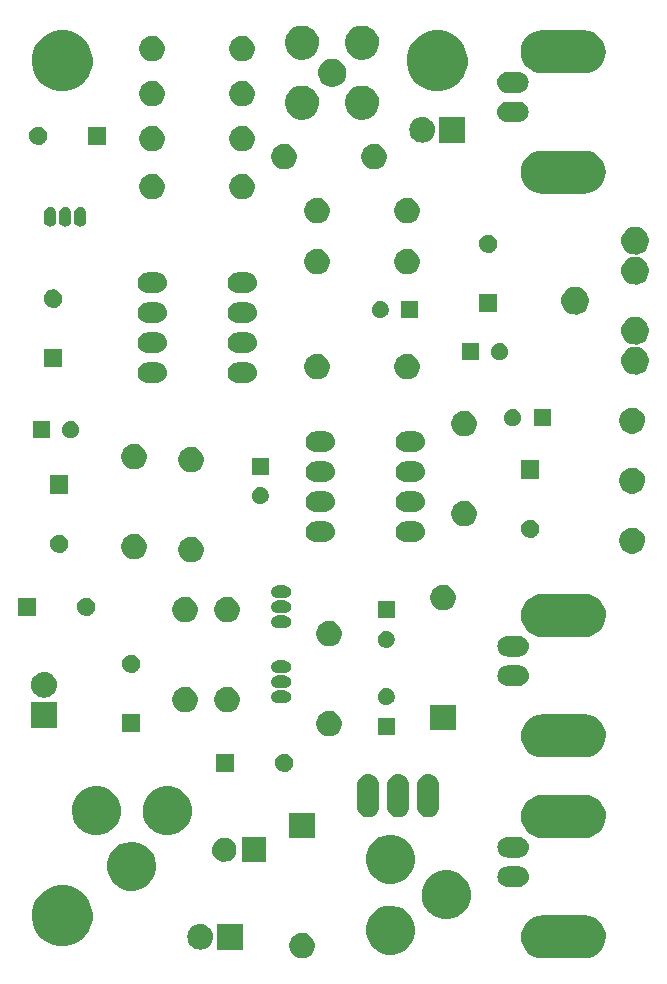
<source format=gbs>
%TF.GenerationSoftware,KiCad,Pcbnew,4.0.4+e1-6308~48~ubuntu16.04.1-stable*%
%TF.CreationDate,2016-12-16T12:07:21-08:00*%
%TF.ProjectId,e202var-vlf-radio-receiver,653230327661722D766C662D72616469,v1.2*%
%TF.FileFunction,Soldermask,Bot*%
%FSLAX46Y46*%
G04 Gerber Fmt 4.6, Leading zero omitted, Abs format (unit mm)*
G04 Created by KiCad (PCBNEW 4.0.4+e1-6308~48~ubuntu16.04.1-stable) date Fri Dec 16 12:07:21 2016*
%MOMM*%
%LPD*%
G01*
G04 APERTURE LIST*
%ADD10C,0.350000*%
G04 APERTURE END LIST*
D10*
G36*
X107734207Y-114272223D02*
X107734213Y-114272224D01*
X107736263Y-114272238D01*
X108090465Y-114311968D01*
X108430204Y-114419740D01*
X108742541Y-114591448D01*
X109015577Y-114820553D01*
X109238913Y-115098327D01*
X109404043Y-115414191D01*
X109504676Y-115756113D01*
X109504679Y-115756149D01*
X109504682Y-115756158D01*
X109536981Y-116111067D01*
X109499730Y-116465493D01*
X109499727Y-116465503D01*
X109499723Y-116465541D01*
X109394326Y-116806024D01*
X109224802Y-117119552D01*
X108997609Y-117394181D01*
X108721401Y-117619451D01*
X108406698Y-117786781D01*
X108065486Y-117889799D01*
X107710764Y-117924580D01*
X104176002Y-117924580D01*
X104152593Y-117924417D01*
X104152587Y-117924416D01*
X104150537Y-117924402D01*
X103796335Y-117884672D01*
X103456596Y-117776900D01*
X103144259Y-117605192D01*
X102871223Y-117376087D01*
X102647887Y-117098313D01*
X102482757Y-116782449D01*
X102382124Y-116440527D01*
X102382121Y-116440491D01*
X102382118Y-116440482D01*
X102349819Y-116085573D01*
X102387070Y-115731147D01*
X102387073Y-115731137D01*
X102387077Y-115731099D01*
X102492474Y-115390616D01*
X102661998Y-115077088D01*
X102889191Y-114802459D01*
X103165399Y-114577189D01*
X103480102Y-114409859D01*
X103821314Y-114306841D01*
X104176036Y-114272060D01*
X107710798Y-114272060D01*
X107734207Y-114272223D01*
X107734207Y-114272223D01*
G37*
G36*
X83932988Y-115765024D02*
X84139626Y-115807441D01*
X84334104Y-115889192D01*
X84508991Y-116007155D01*
X84657636Y-116156841D01*
X84774375Y-116332548D01*
X84854763Y-116527584D01*
X84895669Y-116734174D01*
X84895669Y-116734184D01*
X84895736Y-116734523D01*
X84892372Y-116975472D01*
X84892295Y-116975810D01*
X84892295Y-116975819D01*
X84845637Y-117181187D01*
X84759836Y-117373899D01*
X84638234Y-117546280D01*
X84485466Y-117691759D01*
X84307353Y-117804793D01*
X84110672Y-117881080D01*
X83902927Y-117917712D01*
X83692017Y-117913293D01*
X83485984Y-117867995D01*
X83292672Y-117783538D01*
X83119451Y-117663146D01*
X82972909Y-117511399D01*
X82858633Y-117334076D01*
X82780973Y-117137931D01*
X82742893Y-116930449D01*
X82745838Y-116719515D01*
X82789699Y-116513168D01*
X82872802Y-116319274D01*
X82991985Y-116145212D01*
X83142704Y-115997616D01*
X83319225Y-115882105D01*
X83514819Y-115803079D01*
X83722033Y-115763552D01*
X83932988Y-115765024D01*
X83932988Y-115765024D01*
G37*
G36*
X91531076Y-113446920D02*
X91929916Y-113528791D01*
X92305273Y-113686576D01*
X92642826Y-113914259D01*
X92929728Y-114203170D01*
X93155047Y-114542304D01*
X93310205Y-114918746D01*
X93389222Y-115317809D01*
X93389222Y-115317819D01*
X93389289Y-115318158D01*
X93382795Y-115783216D01*
X93382719Y-115783550D01*
X93382719Y-115783563D01*
X93292590Y-116180265D01*
X93126984Y-116552224D01*
X92892279Y-116884937D01*
X92597422Y-117165726D01*
X92253643Y-117383896D01*
X91874031Y-117531137D01*
X91473057Y-117601840D01*
X91065980Y-117593312D01*
X90668312Y-117505879D01*
X90295201Y-117342871D01*
X89960863Y-117110500D01*
X89678022Y-116817610D01*
X89457458Y-116475360D01*
X89307568Y-116096784D01*
X89234069Y-115696315D01*
X89239753Y-115289189D01*
X89324408Y-114890920D01*
X89484806Y-114516683D01*
X89714841Y-114180725D01*
X90005748Y-113895848D01*
X90346450Y-113672899D01*
X90723967Y-113520372D01*
X91123916Y-113444078D01*
X91531076Y-113446920D01*
X91531076Y-113446920D01*
G37*
G36*
X75403570Y-115002817D02*
X75403575Y-115002819D01*
X75403617Y-115002823D01*
X75607245Y-115065856D01*
X75794750Y-115167240D01*
X75958993Y-115303114D01*
X76093717Y-115468301D01*
X76193789Y-115656510D01*
X76255399Y-115860572D01*
X76276200Y-116072715D01*
X76276200Y-116083285D01*
X76276094Y-116098534D01*
X76252333Y-116310366D01*
X76187880Y-116513548D01*
X76085189Y-116700342D01*
X75948172Y-116863632D01*
X75782049Y-116997199D01*
X75593145Y-117095955D01*
X75388658Y-117156139D01*
X75388617Y-117156143D01*
X75388613Y-117156144D01*
X75176377Y-117175459D01*
X74964430Y-117153183D01*
X74964425Y-117153181D01*
X74964383Y-117153177D01*
X74760755Y-117090144D01*
X74573250Y-116988760D01*
X74409007Y-116852886D01*
X74274283Y-116687699D01*
X74174211Y-116499490D01*
X74112601Y-116295428D01*
X74091800Y-116083285D01*
X74091800Y-116072715D01*
X74091906Y-116057466D01*
X74115667Y-115845634D01*
X74180120Y-115642452D01*
X74282811Y-115455658D01*
X74419828Y-115292368D01*
X74585951Y-115158801D01*
X74774855Y-115060045D01*
X74979342Y-114999861D01*
X74979383Y-114999857D01*
X74979387Y-114999856D01*
X75191623Y-114980541D01*
X75403570Y-115002817D01*
X75403570Y-115002817D01*
G37*
G36*
X78816200Y-117170200D02*
X76631800Y-117170200D01*
X76631800Y-114985800D01*
X78816200Y-114985800D01*
X78816200Y-117170200D01*
X78816200Y-117170200D01*
G37*
G36*
X63770593Y-111725514D02*
X64265486Y-111827101D01*
X64731235Y-112022884D01*
X65150080Y-112305399D01*
X65506074Y-112663886D01*
X65785656Y-113084693D01*
X65978181Y-113551791D01*
X66076243Y-114047041D01*
X66076243Y-114047052D01*
X66076310Y-114047391D01*
X66068253Y-114624446D01*
X66068176Y-114624784D01*
X66068176Y-114624793D01*
X65956323Y-115117113D01*
X65750834Y-115578650D01*
X65459608Y-115991488D01*
X65093742Y-116339898D01*
X64667172Y-116610608D01*
X64196142Y-116793308D01*
X63698602Y-116881038D01*
X63193492Y-116870457D01*
X62700056Y-116761968D01*
X62237091Y-116559704D01*
X61822235Y-116271371D01*
X61471280Y-115907947D01*
X61197598Y-115483274D01*
X61011612Y-115013529D01*
X60920412Y-114516616D01*
X60927465Y-114011445D01*
X61032507Y-113517264D01*
X61231533Y-113052901D01*
X61516966Y-112636036D01*
X61877930Y-112282554D01*
X62300681Y-112005914D01*
X62769113Y-111816654D01*
X63265380Y-111721987D01*
X63770593Y-111725514D01*
X63770593Y-111725514D01*
G37*
G36*
X96230076Y-110447180D02*
X96628916Y-110529051D01*
X97004273Y-110686836D01*
X97341826Y-110914519D01*
X97628728Y-111203430D01*
X97854047Y-111542564D01*
X98009205Y-111919006D01*
X98088222Y-112318069D01*
X98088222Y-112318079D01*
X98088289Y-112318418D01*
X98081795Y-112783476D01*
X98081719Y-112783810D01*
X98081719Y-112783823D01*
X97991590Y-113180525D01*
X97825984Y-113552484D01*
X97591279Y-113885197D01*
X97296422Y-114165986D01*
X96952643Y-114384156D01*
X96573031Y-114531397D01*
X96172057Y-114602100D01*
X95764980Y-114593572D01*
X95367312Y-114506139D01*
X94994201Y-114343131D01*
X94659863Y-114110760D01*
X94377022Y-113817870D01*
X94156458Y-113475620D01*
X94006568Y-113097044D01*
X93933069Y-112696575D01*
X93938753Y-112289449D01*
X94023408Y-111891180D01*
X94183806Y-111516943D01*
X94413841Y-111180985D01*
X94704748Y-110896108D01*
X95045450Y-110673159D01*
X95422967Y-110520632D01*
X95822916Y-110444338D01*
X96230076Y-110447180D01*
X96230076Y-110447180D01*
G37*
G36*
X69608336Y-108034180D02*
X70007176Y-108116051D01*
X70382533Y-108273836D01*
X70720086Y-108501519D01*
X71006988Y-108790430D01*
X71232307Y-109129564D01*
X71387465Y-109506006D01*
X71466482Y-109905069D01*
X71466482Y-109905079D01*
X71466549Y-109905418D01*
X71460055Y-110370476D01*
X71459979Y-110370810D01*
X71459979Y-110370823D01*
X71369850Y-110767525D01*
X71204244Y-111139484D01*
X70969539Y-111472197D01*
X70674682Y-111752986D01*
X70330903Y-111971156D01*
X69951291Y-112118397D01*
X69550317Y-112189100D01*
X69143240Y-112180572D01*
X68745572Y-112093139D01*
X68372461Y-111930131D01*
X68038123Y-111697760D01*
X67755282Y-111404870D01*
X67534718Y-111062620D01*
X67384828Y-110684044D01*
X67311329Y-110283575D01*
X67317013Y-109876449D01*
X67401668Y-109478180D01*
X67562066Y-109103943D01*
X67792101Y-108767985D01*
X68083008Y-108483108D01*
X68423710Y-108260159D01*
X68801227Y-108107632D01*
X69201176Y-108031338D01*
X69608336Y-108034180D01*
X69608336Y-108034180D01*
G37*
G36*
X102139594Y-110121734D02*
X102146970Y-110121785D01*
X102316928Y-110140849D01*
X102479946Y-110192562D01*
X102629816Y-110274953D01*
X102760827Y-110384885D01*
X102867992Y-110518170D01*
X102947226Y-110669732D01*
X102995513Y-110833798D01*
X102995516Y-110833829D01*
X102995520Y-110833843D01*
X103011015Y-111004114D01*
X102993143Y-111174157D01*
X102993142Y-111174162D01*
X102993137Y-111174205D01*
X102942564Y-111337580D01*
X102861221Y-111488021D01*
X102752206Y-111619797D01*
X102619672Y-111727889D01*
X102468667Y-111808180D01*
X102304943Y-111857611D01*
X102134735Y-111874300D01*
X101222708Y-111874300D01*
X101217886Y-111874266D01*
X101210510Y-111874215D01*
X101040552Y-111855151D01*
X100877534Y-111803438D01*
X100727664Y-111721047D01*
X100596653Y-111611115D01*
X100489488Y-111477830D01*
X100410254Y-111326268D01*
X100361967Y-111162202D01*
X100361964Y-111162171D01*
X100361960Y-111162157D01*
X100346465Y-110991886D01*
X100364337Y-110821843D01*
X100364338Y-110821838D01*
X100364343Y-110821795D01*
X100414916Y-110658420D01*
X100496259Y-110507979D01*
X100605274Y-110376203D01*
X100737808Y-110268111D01*
X100888813Y-110187820D01*
X101052537Y-110138389D01*
X101222745Y-110121700D01*
X102134772Y-110121700D01*
X102139594Y-110121734D01*
X102139594Y-110121734D01*
G37*
G36*
X91531076Y-107447440D02*
X91929916Y-107529311D01*
X92305273Y-107687096D01*
X92642826Y-107914779D01*
X92929728Y-108203690D01*
X93155047Y-108542824D01*
X93310205Y-108919266D01*
X93389222Y-109318329D01*
X93389222Y-109318339D01*
X93389289Y-109318678D01*
X93382795Y-109783736D01*
X93382719Y-109784070D01*
X93382719Y-109784083D01*
X93292590Y-110180785D01*
X93126984Y-110552744D01*
X92892279Y-110885457D01*
X92597422Y-111166246D01*
X92253643Y-111384416D01*
X91874031Y-111531657D01*
X91473057Y-111602360D01*
X91065980Y-111593832D01*
X90668312Y-111506399D01*
X90295201Y-111343391D01*
X89960863Y-111111020D01*
X89678022Y-110818130D01*
X89457458Y-110475880D01*
X89307568Y-110097304D01*
X89234069Y-109696835D01*
X89239753Y-109289709D01*
X89324408Y-108891440D01*
X89484806Y-108517203D01*
X89714841Y-108181245D01*
X90005748Y-107896368D01*
X90346450Y-107673419D01*
X90723967Y-107520892D01*
X91123916Y-107444598D01*
X91531076Y-107447440D01*
X91531076Y-107447440D01*
G37*
G36*
X80782200Y-109788200D02*
X78729800Y-109788200D01*
X78729800Y-107635800D01*
X80782200Y-107635800D01*
X80782200Y-109788200D01*
X80782200Y-109788200D01*
G37*
G36*
X77323790Y-107686481D02*
X77520921Y-107726947D01*
X77706451Y-107804937D01*
X77873292Y-107917473D01*
X78015098Y-108060272D01*
X78126466Y-108227895D01*
X78203156Y-108413958D01*
X78242176Y-108611027D01*
X78242176Y-108611032D01*
X78242244Y-108611376D01*
X78239034Y-108841239D01*
X78238957Y-108841577D01*
X78238957Y-108841586D01*
X78194449Y-109037490D01*
X78112596Y-109221335D01*
X77996588Y-109385786D01*
X77850850Y-109524571D01*
X77680931Y-109632405D01*
X77493299Y-109705182D01*
X77295112Y-109740128D01*
X77093905Y-109735913D01*
X76897351Y-109692699D01*
X76712933Y-109612128D01*
X76547682Y-109497275D01*
X76407882Y-109352509D01*
X76298864Y-109183345D01*
X76224777Y-108996224D01*
X76188449Y-108798288D01*
X76191258Y-108597058D01*
X76233102Y-108400205D01*
X76312380Y-108215232D01*
X76426080Y-108049178D01*
X76569865Y-107908373D01*
X76738265Y-107798176D01*
X76924860Y-107722786D01*
X77122540Y-107685077D01*
X77323790Y-107686481D01*
X77323790Y-107686481D01*
G37*
G36*
X102139594Y-107622374D02*
X102146970Y-107622425D01*
X102316928Y-107641489D01*
X102479946Y-107693202D01*
X102629816Y-107775593D01*
X102760827Y-107885525D01*
X102867992Y-108018810D01*
X102947226Y-108170372D01*
X102995513Y-108334438D01*
X102995516Y-108334469D01*
X102995520Y-108334483D01*
X103011015Y-108504754D01*
X102993143Y-108674797D01*
X102993142Y-108674802D01*
X102993137Y-108674845D01*
X102942564Y-108838220D01*
X102861221Y-108988661D01*
X102752206Y-109120437D01*
X102619672Y-109228529D01*
X102468667Y-109308820D01*
X102304943Y-109358251D01*
X102134735Y-109374940D01*
X101222708Y-109374940D01*
X101217886Y-109374906D01*
X101210510Y-109374855D01*
X101040552Y-109355791D01*
X100877534Y-109304078D01*
X100727664Y-109221687D01*
X100596653Y-109111755D01*
X100489488Y-108978470D01*
X100410254Y-108826908D01*
X100361967Y-108662842D01*
X100361964Y-108662811D01*
X100361960Y-108662797D01*
X100346465Y-108492526D01*
X100364337Y-108322483D01*
X100364338Y-108322478D01*
X100364343Y-108322435D01*
X100414916Y-108159060D01*
X100496259Y-108008619D01*
X100605274Y-107876843D01*
X100737808Y-107768751D01*
X100888813Y-107688460D01*
X101052537Y-107639029D01*
X101222745Y-107622340D01*
X102134772Y-107622340D01*
X102139594Y-107622374D01*
X102139594Y-107622374D01*
G37*
G36*
X84895690Y-107755690D02*
X82744310Y-107755690D01*
X82744310Y-105604310D01*
X84895690Y-105604310D01*
X84895690Y-107755690D01*
X84895690Y-107755690D01*
G37*
G36*
X107734207Y-104074123D02*
X107734213Y-104074124D01*
X107736263Y-104074138D01*
X108090465Y-104113868D01*
X108430204Y-104221640D01*
X108742541Y-104393348D01*
X109015577Y-104622453D01*
X109238913Y-104900227D01*
X109404043Y-105216091D01*
X109504676Y-105558013D01*
X109504679Y-105558049D01*
X109504682Y-105558058D01*
X109536981Y-105912967D01*
X109499730Y-106267393D01*
X109499727Y-106267403D01*
X109499723Y-106267441D01*
X109394326Y-106607924D01*
X109224802Y-106921452D01*
X108997609Y-107196081D01*
X108721401Y-107421351D01*
X108406698Y-107588681D01*
X108065486Y-107691699D01*
X107710764Y-107726480D01*
X104176002Y-107726480D01*
X104152593Y-107726317D01*
X104152587Y-107726316D01*
X104150537Y-107726302D01*
X103796335Y-107686572D01*
X103456596Y-107578800D01*
X103144259Y-107407092D01*
X102871223Y-107177987D01*
X102647887Y-106900213D01*
X102482757Y-106584349D01*
X102382124Y-106242427D01*
X102382121Y-106242391D01*
X102382118Y-106242382D01*
X102349819Y-105887473D01*
X102387070Y-105533047D01*
X102387073Y-105533037D01*
X102387077Y-105532999D01*
X102492474Y-105192516D01*
X102661998Y-104878988D01*
X102889191Y-104604359D01*
X103165399Y-104379089D01*
X103480102Y-104211759D01*
X103821314Y-104108741D01*
X104176036Y-104073960D01*
X107710798Y-104073960D01*
X107734207Y-104074123D01*
X107734207Y-104074123D01*
G37*
G36*
X72608076Y-103335180D02*
X73006916Y-103417051D01*
X73382273Y-103574836D01*
X73719826Y-103802519D01*
X74006728Y-104091430D01*
X74232047Y-104430564D01*
X74387205Y-104807006D01*
X74466222Y-105206069D01*
X74466222Y-105206079D01*
X74466289Y-105206418D01*
X74459795Y-105671476D01*
X74459719Y-105671810D01*
X74459719Y-105671823D01*
X74369590Y-106068525D01*
X74203984Y-106440484D01*
X73969279Y-106773197D01*
X73674422Y-107053986D01*
X73330643Y-107272156D01*
X72951031Y-107419397D01*
X72550057Y-107490100D01*
X72142980Y-107481572D01*
X71745312Y-107394139D01*
X71372201Y-107231131D01*
X71037863Y-106998760D01*
X70755022Y-106705870D01*
X70534458Y-106363620D01*
X70384568Y-105985044D01*
X70311069Y-105584575D01*
X70316753Y-105177449D01*
X70401408Y-104779180D01*
X70561806Y-104404943D01*
X70791841Y-104068985D01*
X71082748Y-103784108D01*
X71423450Y-103561159D01*
X71800967Y-103408632D01*
X72200916Y-103332338D01*
X72608076Y-103335180D01*
X72608076Y-103335180D01*
G37*
G36*
X66608596Y-103335180D02*
X67007436Y-103417051D01*
X67382793Y-103574836D01*
X67720346Y-103802519D01*
X68007248Y-104091430D01*
X68232567Y-104430564D01*
X68387725Y-104807006D01*
X68466742Y-105206069D01*
X68466742Y-105206079D01*
X68466809Y-105206418D01*
X68460315Y-105671476D01*
X68460239Y-105671810D01*
X68460239Y-105671823D01*
X68370110Y-106068525D01*
X68204504Y-106440484D01*
X67969799Y-106773197D01*
X67674942Y-107053986D01*
X67331163Y-107272156D01*
X66951551Y-107419397D01*
X66550577Y-107490100D01*
X66143500Y-107481572D01*
X65745832Y-107394139D01*
X65372721Y-107231131D01*
X65038383Y-106998760D01*
X64755542Y-106705870D01*
X64534978Y-106363620D01*
X64385088Y-105985044D01*
X64311589Y-105584575D01*
X64317273Y-105177449D01*
X64401928Y-104779180D01*
X64562326Y-104404943D01*
X64792361Y-104068985D01*
X65083268Y-103784108D01*
X65423970Y-103561159D01*
X65801487Y-103408632D01*
X66201436Y-103332338D01*
X66608596Y-103335180D01*
X66608596Y-103335180D01*
G37*
G36*
X92134117Y-102323807D02*
X92134127Y-102323810D01*
X92134164Y-102323814D01*
X92306774Y-102377245D01*
X92465718Y-102463186D01*
X92604942Y-102578363D01*
X92719143Y-102718388D01*
X92803972Y-102877928D01*
X92856198Y-103050906D01*
X92873830Y-103230734D01*
X92873830Y-105049302D01*
X92873755Y-105060137D01*
X92873754Y-105060144D01*
X92873740Y-105062193D01*
X92853598Y-105241757D01*
X92798963Y-105413989D01*
X92711915Y-105572329D01*
X92595769Y-105710746D01*
X92454950Y-105823968D01*
X92294822Y-105907681D01*
X92121483Y-105958697D01*
X92121447Y-105958700D01*
X92121438Y-105958703D01*
X91941539Y-105975075D01*
X91761883Y-105956193D01*
X91761873Y-105956190D01*
X91761836Y-105956186D01*
X91589226Y-105902755D01*
X91430282Y-105816814D01*
X91291058Y-105701637D01*
X91176857Y-105561612D01*
X91092028Y-105402072D01*
X91039802Y-105229094D01*
X91022170Y-105049266D01*
X91022170Y-103230698D01*
X91022245Y-103219863D01*
X91022246Y-103219856D01*
X91022260Y-103217807D01*
X91042402Y-103038243D01*
X91097037Y-102866011D01*
X91184085Y-102707671D01*
X91300231Y-102569254D01*
X91441050Y-102456032D01*
X91601178Y-102372319D01*
X91774517Y-102321303D01*
X91774553Y-102321300D01*
X91774562Y-102321297D01*
X91954461Y-102304925D01*
X92134117Y-102323807D01*
X92134117Y-102323807D01*
G37*
G36*
X94674117Y-102323807D02*
X94674127Y-102323810D01*
X94674164Y-102323814D01*
X94846774Y-102377245D01*
X95005718Y-102463186D01*
X95144942Y-102578363D01*
X95259143Y-102718388D01*
X95343972Y-102877928D01*
X95396198Y-103050906D01*
X95413830Y-103230734D01*
X95413830Y-105049302D01*
X95413755Y-105060137D01*
X95413754Y-105060144D01*
X95413740Y-105062193D01*
X95393598Y-105241757D01*
X95338963Y-105413989D01*
X95251915Y-105572329D01*
X95135769Y-105710746D01*
X94994950Y-105823968D01*
X94834822Y-105907681D01*
X94661483Y-105958697D01*
X94661447Y-105958700D01*
X94661438Y-105958703D01*
X94481539Y-105975075D01*
X94301883Y-105956193D01*
X94301873Y-105956190D01*
X94301836Y-105956186D01*
X94129226Y-105902755D01*
X93970282Y-105816814D01*
X93831058Y-105701637D01*
X93716857Y-105561612D01*
X93632028Y-105402072D01*
X93579802Y-105229094D01*
X93562170Y-105049266D01*
X93562170Y-103230698D01*
X93562245Y-103219863D01*
X93562246Y-103219856D01*
X93562260Y-103217807D01*
X93582402Y-103038243D01*
X93637037Y-102866011D01*
X93724085Y-102707671D01*
X93840231Y-102569254D01*
X93981050Y-102456032D01*
X94141178Y-102372319D01*
X94314517Y-102321303D01*
X94314553Y-102321300D01*
X94314562Y-102321297D01*
X94494461Y-102304925D01*
X94674117Y-102323807D01*
X94674117Y-102323807D01*
G37*
G36*
X89594117Y-102323807D02*
X89594127Y-102323810D01*
X89594164Y-102323814D01*
X89766774Y-102377245D01*
X89925718Y-102463186D01*
X90064942Y-102578363D01*
X90179143Y-102718388D01*
X90263972Y-102877928D01*
X90316198Y-103050906D01*
X90333830Y-103230734D01*
X90333830Y-105049302D01*
X90333755Y-105060137D01*
X90333754Y-105060144D01*
X90333740Y-105062193D01*
X90313598Y-105241757D01*
X90258963Y-105413989D01*
X90171915Y-105572329D01*
X90055769Y-105710746D01*
X89914950Y-105823968D01*
X89754822Y-105907681D01*
X89581483Y-105958697D01*
X89581447Y-105958700D01*
X89581438Y-105958703D01*
X89401539Y-105975075D01*
X89221883Y-105956193D01*
X89221873Y-105956190D01*
X89221836Y-105956186D01*
X89049226Y-105902755D01*
X88890282Y-105816814D01*
X88751058Y-105701637D01*
X88636857Y-105561612D01*
X88552028Y-105402072D01*
X88499802Y-105229094D01*
X88482170Y-105049266D01*
X88482170Y-103230698D01*
X88482245Y-103219863D01*
X88482246Y-103219856D01*
X88482260Y-103217807D01*
X88502402Y-103038243D01*
X88557037Y-102866011D01*
X88644085Y-102707671D01*
X88760231Y-102569254D01*
X88901050Y-102456032D01*
X89061178Y-102372319D01*
X89234517Y-102321303D01*
X89234553Y-102321300D01*
X89234562Y-102321297D01*
X89414461Y-102304925D01*
X89594117Y-102323807D01*
X89594117Y-102323807D01*
G37*
G36*
X82377531Y-100570315D02*
X82526636Y-100600923D01*
X82666969Y-100659913D01*
X82793162Y-100745032D01*
X82900424Y-100853044D01*
X82984662Y-100979834D01*
X83042667Y-101120565D01*
X83070090Y-101259060D01*
X83072234Y-101269890D01*
X83069806Y-101443754D01*
X83069728Y-101444097D01*
X83069728Y-101444101D01*
X83036082Y-101592196D01*
X82974170Y-101731252D01*
X82886424Y-101855640D01*
X82776189Y-101960615D01*
X82647664Y-102042180D01*
X82505746Y-102097226D01*
X82355840Y-102123659D01*
X82203649Y-102120470D01*
X82054980Y-102087784D01*
X81915488Y-102026841D01*
X81790496Y-101939969D01*
X81684754Y-101830470D01*
X81602294Y-101702517D01*
X81546256Y-101560982D01*
X81518778Y-101411266D01*
X81520903Y-101259060D01*
X81552553Y-101110163D01*
X81612517Y-100970253D01*
X81698518Y-100844653D01*
X81807275Y-100738150D01*
X81934650Y-100654799D01*
X82075787Y-100597775D01*
X82225308Y-100569253D01*
X82377531Y-100570315D01*
X82377531Y-100570315D01*
G37*
G36*
X78072200Y-102122200D02*
X76519800Y-102122200D01*
X76519800Y-100569800D01*
X78072200Y-100569800D01*
X78072200Y-102122200D01*
X78072200Y-102122200D01*
G37*
G36*
X107734207Y-97254223D02*
X107734213Y-97254224D01*
X107736263Y-97254238D01*
X108090465Y-97293968D01*
X108430204Y-97401740D01*
X108742541Y-97573448D01*
X109015577Y-97802553D01*
X109238913Y-98080327D01*
X109404043Y-98396191D01*
X109504676Y-98738113D01*
X109504679Y-98738149D01*
X109504682Y-98738158D01*
X109536981Y-99093067D01*
X109499730Y-99447493D01*
X109499727Y-99447503D01*
X109499723Y-99447541D01*
X109394326Y-99788024D01*
X109224802Y-100101552D01*
X108997609Y-100376181D01*
X108721401Y-100601451D01*
X108406698Y-100768781D01*
X108065486Y-100871799D01*
X107710764Y-100906580D01*
X104176002Y-100906580D01*
X104152593Y-100906417D01*
X104152587Y-100906416D01*
X104150537Y-100906402D01*
X103796335Y-100866672D01*
X103456596Y-100758900D01*
X103144259Y-100587192D01*
X102871223Y-100358087D01*
X102647887Y-100080313D01*
X102482757Y-99764449D01*
X102382124Y-99422527D01*
X102382121Y-99422491D01*
X102382118Y-99422482D01*
X102349819Y-99067573D01*
X102387070Y-98713147D01*
X102387073Y-98713137D01*
X102387077Y-98713099D01*
X102492474Y-98372616D01*
X102661998Y-98059088D01*
X102889191Y-97784459D01*
X103165399Y-97559189D01*
X103480102Y-97391859D01*
X103821314Y-97288841D01*
X104176036Y-97254060D01*
X107710798Y-97254060D01*
X107734207Y-97254223D01*
X107734207Y-97254223D01*
G37*
G36*
X86218988Y-96969024D02*
X86425626Y-97011441D01*
X86620104Y-97093192D01*
X86794991Y-97211155D01*
X86943636Y-97360841D01*
X87060375Y-97536548D01*
X87140763Y-97731584D01*
X87181669Y-97938174D01*
X87181669Y-97938184D01*
X87181736Y-97938523D01*
X87178372Y-98179472D01*
X87178295Y-98179810D01*
X87178295Y-98179819D01*
X87131637Y-98385187D01*
X87045836Y-98577899D01*
X86924234Y-98750280D01*
X86771466Y-98895759D01*
X86593353Y-99008793D01*
X86396672Y-99085080D01*
X86188927Y-99121712D01*
X85978017Y-99117293D01*
X85771984Y-99071995D01*
X85578672Y-98987538D01*
X85405451Y-98867146D01*
X85258909Y-98715399D01*
X85144633Y-98538076D01*
X85066973Y-98341931D01*
X85028893Y-98134449D01*
X85031838Y-97923515D01*
X85075699Y-97717168D01*
X85158802Y-97523274D01*
X85277985Y-97349212D01*
X85428704Y-97201616D01*
X85605225Y-97086105D01*
X85800819Y-97007079D01*
X86008033Y-96967552D01*
X86218988Y-96969024D01*
X86218988Y-96969024D01*
G37*
G36*
X91658200Y-98984200D02*
X90205800Y-98984200D01*
X90205800Y-97531800D01*
X91658200Y-97531800D01*
X91658200Y-98984200D01*
X91658200Y-98984200D01*
G37*
G36*
X70118200Y-98740200D02*
X68565800Y-98740200D01*
X68565800Y-97187800D01*
X70118200Y-97187800D01*
X70118200Y-98740200D01*
X70118200Y-98740200D01*
G37*
G36*
X96828610Y-98611690D02*
X94677230Y-98611690D01*
X94677230Y-96460310D01*
X96828610Y-96460310D01*
X96828610Y-98611690D01*
X96828610Y-98611690D01*
G37*
G36*
X63068200Y-98374200D02*
X60883800Y-98374200D01*
X60883800Y-96189800D01*
X63068200Y-96189800D01*
X63068200Y-98374200D01*
X63068200Y-98374200D01*
G37*
G36*
X74026988Y-94937024D02*
X74233626Y-94979441D01*
X74428104Y-95061192D01*
X74602991Y-95179155D01*
X74751636Y-95328841D01*
X74868375Y-95504548D01*
X74948763Y-95699584D01*
X74989669Y-95906174D01*
X74989669Y-95906184D01*
X74989736Y-95906523D01*
X74986372Y-96147472D01*
X74986295Y-96147810D01*
X74986295Y-96147819D01*
X74939637Y-96353187D01*
X74853836Y-96545899D01*
X74732234Y-96718280D01*
X74579466Y-96863759D01*
X74401353Y-96976793D01*
X74204672Y-97053080D01*
X73996927Y-97089712D01*
X73786017Y-97085293D01*
X73579984Y-97039995D01*
X73386672Y-96955538D01*
X73213451Y-96835146D01*
X73066909Y-96683399D01*
X72952633Y-96506076D01*
X72874973Y-96309931D01*
X72836893Y-96102449D01*
X72839838Y-95891515D01*
X72883699Y-95685168D01*
X72966802Y-95491274D01*
X73085985Y-95317212D01*
X73236704Y-95169616D01*
X73413225Y-95054105D01*
X73608819Y-94975079D01*
X73816033Y-94935552D01*
X74026988Y-94937024D01*
X74026988Y-94937024D01*
G37*
G36*
X77582988Y-94937024D02*
X77789626Y-94979441D01*
X77984104Y-95061192D01*
X78158991Y-95179155D01*
X78307636Y-95328841D01*
X78424375Y-95504548D01*
X78504763Y-95699584D01*
X78545669Y-95906174D01*
X78545669Y-95906184D01*
X78545736Y-95906523D01*
X78542372Y-96147472D01*
X78542295Y-96147810D01*
X78542295Y-96147819D01*
X78495637Y-96353187D01*
X78409836Y-96545899D01*
X78288234Y-96718280D01*
X78135466Y-96863759D01*
X77957353Y-96976793D01*
X77760672Y-97053080D01*
X77552927Y-97089712D01*
X77342017Y-97085293D01*
X77135984Y-97039995D01*
X76942672Y-96955538D01*
X76769451Y-96835146D01*
X76622909Y-96683399D01*
X76508633Y-96506076D01*
X76430973Y-96309931D01*
X76392893Y-96102449D01*
X76395838Y-95891515D01*
X76439699Y-95685168D01*
X76522802Y-95491274D01*
X76641985Y-95317212D01*
X76792704Y-95169616D01*
X76969225Y-95054105D01*
X77164819Y-94975079D01*
X77372033Y-94935552D01*
X77582988Y-94937024D01*
X77582988Y-94937024D01*
G37*
G36*
X91008280Y-95032281D02*
X91147779Y-95060917D01*
X91279073Y-95116108D01*
X91397140Y-95195745D01*
X91497491Y-95296798D01*
X91576300Y-95415417D01*
X91630571Y-95547087D01*
X91658164Y-95686443D01*
X91658164Y-95686453D01*
X91658231Y-95686792D01*
X91655960Y-95849457D01*
X91655883Y-95849795D01*
X91655883Y-95849804D01*
X91624409Y-95988337D01*
X91566486Y-96118436D01*
X91484391Y-96234811D01*
X91381258Y-96333024D01*
X91261013Y-96409334D01*
X91128233Y-96460836D01*
X90987985Y-96485566D01*
X90845599Y-96482583D01*
X90706504Y-96452001D01*
X90575999Y-96394985D01*
X90459058Y-96313709D01*
X90360127Y-96211263D01*
X90282979Y-96091552D01*
X90230550Y-95959133D01*
X90204843Y-95819063D01*
X90206831Y-95676661D01*
X90236442Y-95537355D01*
X90292544Y-95406457D01*
X90373005Y-95288947D01*
X90474756Y-95189305D01*
X90593926Y-95111323D01*
X90725972Y-95057972D01*
X90865862Y-95031287D01*
X91008280Y-95032281D01*
X91008280Y-95032281D01*
G37*
G36*
X82349522Y-95232238D02*
X82354331Y-95232271D01*
X82456306Y-95243710D01*
X82554117Y-95274737D01*
X82644038Y-95324172D01*
X82722645Y-95390131D01*
X82786944Y-95470102D01*
X82834485Y-95561039D01*
X82863457Y-95659479D01*
X82863460Y-95659515D01*
X82863463Y-95659524D01*
X82872759Y-95761667D01*
X82862037Y-95863676D01*
X82862035Y-95863681D01*
X82862031Y-95863723D01*
X82831687Y-95961748D01*
X82782881Y-96052012D01*
X82717473Y-96131078D01*
X82637952Y-96195933D01*
X82547349Y-96244108D01*
X82449115Y-96273767D01*
X82346990Y-96283780D01*
X81736973Y-96283780D01*
X81734478Y-96283762D01*
X81729669Y-96283729D01*
X81627694Y-96272290D01*
X81529883Y-96241263D01*
X81439962Y-96191828D01*
X81361355Y-96125869D01*
X81297056Y-96045898D01*
X81249515Y-95954961D01*
X81220543Y-95856521D01*
X81220540Y-95856485D01*
X81220537Y-95856476D01*
X81211241Y-95754333D01*
X81221963Y-95652324D01*
X81221965Y-95652319D01*
X81221969Y-95652277D01*
X81252313Y-95554252D01*
X81301119Y-95463988D01*
X81366527Y-95384922D01*
X81446048Y-95320067D01*
X81536651Y-95271892D01*
X81634885Y-95242233D01*
X81737010Y-95232220D01*
X82347027Y-95232220D01*
X82349522Y-95232238D01*
X82349522Y-95232238D01*
G37*
G36*
X61987395Y-93649842D02*
X61996534Y-93649906D01*
X62208366Y-93673667D01*
X62411548Y-93738120D01*
X62598342Y-93840811D01*
X62761632Y-93977828D01*
X62895199Y-94143951D01*
X62993955Y-94332855D01*
X63054139Y-94537342D01*
X63054143Y-94537383D01*
X63054144Y-94537387D01*
X63073459Y-94749623D01*
X63051183Y-94961570D01*
X63051181Y-94961575D01*
X63051177Y-94961617D01*
X62988144Y-95165245D01*
X62886760Y-95352750D01*
X62750886Y-95516993D01*
X62585699Y-95651717D01*
X62397490Y-95751789D01*
X62193428Y-95813399D01*
X61981285Y-95834200D01*
X61970679Y-95834200D01*
X61964605Y-95834158D01*
X61955466Y-95834094D01*
X61743634Y-95810333D01*
X61540452Y-95745880D01*
X61353658Y-95643189D01*
X61190368Y-95506172D01*
X61056801Y-95340049D01*
X60958045Y-95151145D01*
X60897861Y-94946658D01*
X60897857Y-94946617D01*
X60897856Y-94946613D01*
X60878541Y-94734377D01*
X60900817Y-94522430D01*
X60900819Y-94522425D01*
X60900823Y-94522383D01*
X60963856Y-94318755D01*
X61065240Y-94131250D01*
X61201114Y-93967007D01*
X61366301Y-93832283D01*
X61554510Y-93732211D01*
X61758572Y-93670601D01*
X61970715Y-93649800D01*
X61981321Y-93649800D01*
X61987395Y-93649842D01*
X61987395Y-93649842D01*
G37*
G36*
X82349522Y-93962238D02*
X82354331Y-93962271D01*
X82456306Y-93973710D01*
X82554117Y-94004737D01*
X82644038Y-94054172D01*
X82722645Y-94120131D01*
X82786944Y-94200102D01*
X82834485Y-94291039D01*
X82863457Y-94389479D01*
X82863460Y-94389515D01*
X82863463Y-94389524D01*
X82872759Y-94491667D01*
X82862037Y-94593676D01*
X82862035Y-94593681D01*
X82862031Y-94593723D01*
X82831687Y-94691748D01*
X82782881Y-94782012D01*
X82717473Y-94861078D01*
X82637952Y-94925933D01*
X82547349Y-94974108D01*
X82449115Y-95003767D01*
X82346990Y-95013780D01*
X81736973Y-95013780D01*
X81734478Y-95013762D01*
X81729669Y-95013729D01*
X81627694Y-95002290D01*
X81529883Y-94971263D01*
X81439962Y-94921828D01*
X81361355Y-94855869D01*
X81297056Y-94775898D01*
X81249515Y-94684961D01*
X81220543Y-94586521D01*
X81220540Y-94586485D01*
X81220537Y-94586476D01*
X81211241Y-94484333D01*
X81221963Y-94382324D01*
X81221965Y-94382319D01*
X81221969Y-94382277D01*
X81252313Y-94284252D01*
X81301119Y-94193988D01*
X81366527Y-94114922D01*
X81446048Y-94050067D01*
X81536651Y-94001892D01*
X81634885Y-93972233D01*
X81737010Y-93962220D01*
X82347027Y-93962220D01*
X82349522Y-93962238D01*
X82349522Y-93962238D01*
G37*
G36*
X102139594Y-93103734D02*
X102146970Y-93103785D01*
X102316928Y-93122849D01*
X102479946Y-93174562D01*
X102629816Y-93256953D01*
X102760827Y-93366885D01*
X102867992Y-93500170D01*
X102947226Y-93651732D01*
X102995513Y-93815798D01*
X102995516Y-93815829D01*
X102995520Y-93815843D01*
X103011015Y-93986114D01*
X102993143Y-94156157D01*
X102993142Y-94156162D01*
X102993137Y-94156205D01*
X102942564Y-94319580D01*
X102861221Y-94470021D01*
X102752206Y-94601797D01*
X102619672Y-94709889D01*
X102468667Y-94790180D01*
X102304943Y-94839611D01*
X102134735Y-94856300D01*
X101222708Y-94856300D01*
X101217886Y-94856266D01*
X101210510Y-94856215D01*
X101040552Y-94837151D01*
X100877534Y-94785438D01*
X100727664Y-94703047D01*
X100596653Y-94593115D01*
X100489488Y-94459830D01*
X100410254Y-94308268D01*
X100361967Y-94144202D01*
X100361964Y-94144171D01*
X100361960Y-94144157D01*
X100346465Y-93973886D01*
X100364337Y-93803843D01*
X100364338Y-93803838D01*
X100364343Y-93803795D01*
X100414916Y-93640420D01*
X100496259Y-93489979D01*
X100605274Y-93358203D01*
X100737808Y-93250111D01*
X100888813Y-93169820D01*
X101052537Y-93120389D01*
X101222745Y-93103700D01*
X102134772Y-93103700D01*
X102139594Y-93103734D01*
X102139594Y-93103734D01*
G37*
G36*
X82349522Y-92692238D02*
X82354331Y-92692271D01*
X82456306Y-92703710D01*
X82554117Y-92734737D01*
X82644038Y-92784172D01*
X82722645Y-92850131D01*
X82786944Y-92930102D01*
X82834485Y-93021039D01*
X82863457Y-93119479D01*
X82863460Y-93119515D01*
X82863463Y-93119524D01*
X82872759Y-93221667D01*
X82862037Y-93323676D01*
X82862035Y-93323681D01*
X82862031Y-93323723D01*
X82831687Y-93421748D01*
X82782881Y-93512012D01*
X82717473Y-93591078D01*
X82637952Y-93655933D01*
X82547349Y-93704108D01*
X82449115Y-93733767D01*
X82346990Y-93743780D01*
X81736973Y-93743780D01*
X81734478Y-93743762D01*
X81729669Y-93743729D01*
X81627694Y-93732290D01*
X81529883Y-93701263D01*
X81439962Y-93651828D01*
X81361355Y-93585869D01*
X81297056Y-93505898D01*
X81249515Y-93414961D01*
X81220543Y-93316521D01*
X81220540Y-93316485D01*
X81220537Y-93316476D01*
X81211241Y-93214333D01*
X81221963Y-93112324D01*
X81221965Y-93112319D01*
X81221969Y-93112277D01*
X81252313Y-93014252D01*
X81301119Y-92923988D01*
X81366527Y-92844922D01*
X81446048Y-92780067D01*
X81536651Y-92731892D01*
X81634885Y-92702233D01*
X81737010Y-92692220D01*
X82347027Y-92692220D01*
X82349522Y-92692238D01*
X82349522Y-92692238D01*
G37*
G36*
X69423531Y-92188315D02*
X69572636Y-92218923D01*
X69712969Y-92277913D01*
X69839162Y-92363032D01*
X69946424Y-92471044D01*
X70030662Y-92597834D01*
X70088667Y-92738565D01*
X70116090Y-92877060D01*
X70118234Y-92887890D01*
X70115806Y-93061754D01*
X70115728Y-93062097D01*
X70115728Y-93062101D01*
X70082082Y-93210196D01*
X70020170Y-93349252D01*
X69932424Y-93473640D01*
X69822189Y-93578615D01*
X69693664Y-93660180D01*
X69551746Y-93715226D01*
X69401840Y-93741659D01*
X69249649Y-93738470D01*
X69100980Y-93705784D01*
X68961488Y-93644841D01*
X68836496Y-93557969D01*
X68730754Y-93448470D01*
X68648294Y-93320517D01*
X68592256Y-93178982D01*
X68564778Y-93029266D01*
X68566903Y-92877060D01*
X68598553Y-92728163D01*
X68658517Y-92588253D01*
X68744518Y-92462653D01*
X68853275Y-92356150D01*
X68980650Y-92272799D01*
X69121787Y-92215775D01*
X69271308Y-92187253D01*
X69423531Y-92188315D01*
X69423531Y-92188315D01*
G37*
G36*
X102139594Y-90604374D02*
X102146970Y-90604425D01*
X102316928Y-90623489D01*
X102479946Y-90675202D01*
X102629816Y-90757593D01*
X102760827Y-90867525D01*
X102867992Y-91000810D01*
X102947226Y-91152372D01*
X102995513Y-91316438D01*
X102995516Y-91316469D01*
X102995520Y-91316483D01*
X103011015Y-91486754D01*
X102993143Y-91656797D01*
X102993142Y-91656802D01*
X102993137Y-91656845D01*
X102942564Y-91820220D01*
X102861221Y-91970661D01*
X102752206Y-92102437D01*
X102619672Y-92210529D01*
X102468667Y-92290820D01*
X102304943Y-92340251D01*
X102134735Y-92356940D01*
X101222708Y-92356940D01*
X101217886Y-92356906D01*
X101210510Y-92356855D01*
X101040552Y-92337791D01*
X100877534Y-92286078D01*
X100727664Y-92203687D01*
X100596653Y-92093755D01*
X100489488Y-91960470D01*
X100410254Y-91808908D01*
X100361967Y-91644842D01*
X100361964Y-91644811D01*
X100361960Y-91644797D01*
X100346465Y-91474526D01*
X100364337Y-91304483D01*
X100364338Y-91304478D01*
X100364343Y-91304435D01*
X100414916Y-91141060D01*
X100496259Y-90990619D01*
X100605274Y-90858843D01*
X100737808Y-90750751D01*
X100888813Y-90670460D01*
X101052537Y-90621029D01*
X101222745Y-90604340D01*
X102134772Y-90604340D01*
X102139594Y-90604374D01*
X102139594Y-90604374D01*
G37*
G36*
X91008280Y-90166281D02*
X91147779Y-90194917D01*
X91279073Y-90250108D01*
X91397140Y-90329745D01*
X91497491Y-90430798D01*
X91576300Y-90549417D01*
X91630571Y-90681087D01*
X91658164Y-90820443D01*
X91658164Y-90820453D01*
X91658231Y-90820792D01*
X91655960Y-90983457D01*
X91655883Y-90983795D01*
X91655883Y-90983804D01*
X91624409Y-91122337D01*
X91566486Y-91252436D01*
X91484391Y-91368811D01*
X91381258Y-91467024D01*
X91261013Y-91543334D01*
X91128233Y-91594836D01*
X90987985Y-91619566D01*
X90845599Y-91616583D01*
X90706504Y-91586001D01*
X90575999Y-91528985D01*
X90459058Y-91447709D01*
X90360127Y-91345263D01*
X90282979Y-91225552D01*
X90230550Y-91093133D01*
X90204843Y-90953063D01*
X90206831Y-90810661D01*
X90236442Y-90671355D01*
X90292544Y-90540457D01*
X90373005Y-90422947D01*
X90474756Y-90323305D01*
X90593926Y-90245323D01*
X90725972Y-90191972D01*
X90865862Y-90165287D01*
X91008280Y-90166281D01*
X91008280Y-90166281D01*
G37*
G36*
X86218988Y-89349024D02*
X86425626Y-89391441D01*
X86620104Y-89473192D01*
X86794991Y-89591155D01*
X86943636Y-89740841D01*
X87060375Y-89916548D01*
X87140763Y-90111584D01*
X87181669Y-90318174D01*
X87181669Y-90318184D01*
X87181736Y-90318523D01*
X87178372Y-90559472D01*
X87178295Y-90559810D01*
X87178295Y-90559819D01*
X87131637Y-90765187D01*
X87045836Y-90957899D01*
X86924234Y-91130280D01*
X86771466Y-91275759D01*
X86593353Y-91388793D01*
X86396672Y-91465080D01*
X86188927Y-91501712D01*
X85978017Y-91497293D01*
X85771984Y-91451995D01*
X85578672Y-91367538D01*
X85405451Y-91247146D01*
X85258909Y-91095399D01*
X85144633Y-90918076D01*
X85066973Y-90721931D01*
X85028893Y-90514449D01*
X85031838Y-90303515D01*
X85075699Y-90097168D01*
X85158802Y-89903274D01*
X85277985Y-89729212D01*
X85428704Y-89581616D01*
X85605225Y-89466105D01*
X85800819Y-89387079D01*
X86008033Y-89347552D01*
X86218988Y-89349024D01*
X86218988Y-89349024D01*
G37*
G36*
X107734207Y-87056123D02*
X107734213Y-87056124D01*
X107736263Y-87056138D01*
X108090465Y-87095868D01*
X108430204Y-87203640D01*
X108742541Y-87375348D01*
X109015577Y-87604453D01*
X109238913Y-87882227D01*
X109404043Y-88198091D01*
X109504676Y-88540013D01*
X109504679Y-88540049D01*
X109504682Y-88540058D01*
X109536981Y-88894967D01*
X109499730Y-89249393D01*
X109499727Y-89249403D01*
X109499723Y-89249441D01*
X109394326Y-89589924D01*
X109224802Y-89903452D01*
X108997609Y-90178081D01*
X108721401Y-90403351D01*
X108406698Y-90570681D01*
X108065486Y-90673699D01*
X107710764Y-90708480D01*
X104176002Y-90708480D01*
X104152593Y-90708317D01*
X104152587Y-90708316D01*
X104150537Y-90708302D01*
X103796335Y-90668572D01*
X103456596Y-90560800D01*
X103144259Y-90389092D01*
X102871223Y-90159987D01*
X102647887Y-89882213D01*
X102482757Y-89566349D01*
X102382124Y-89224427D01*
X102382121Y-89224391D01*
X102382118Y-89224382D01*
X102349819Y-88869473D01*
X102387070Y-88515047D01*
X102387073Y-88515037D01*
X102387077Y-88514999D01*
X102492474Y-88174516D01*
X102661998Y-87860988D01*
X102889191Y-87586359D01*
X103165399Y-87361089D01*
X103480102Y-87193759D01*
X103821314Y-87090741D01*
X104176036Y-87055960D01*
X107710798Y-87055960D01*
X107734207Y-87056123D01*
X107734207Y-87056123D01*
G37*
G36*
X82349522Y-88882238D02*
X82354331Y-88882271D01*
X82456306Y-88893710D01*
X82554117Y-88924737D01*
X82644038Y-88974172D01*
X82722645Y-89040131D01*
X82786944Y-89120102D01*
X82834485Y-89211039D01*
X82863457Y-89309479D01*
X82863460Y-89309515D01*
X82863463Y-89309524D01*
X82872759Y-89411667D01*
X82862037Y-89513676D01*
X82862035Y-89513681D01*
X82862031Y-89513723D01*
X82831687Y-89611748D01*
X82782881Y-89702012D01*
X82717473Y-89781078D01*
X82637952Y-89845933D01*
X82547349Y-89894108D01*
X82449115Y-89923767D01*
X82346990Y-89933780D01*
X81736973Y-89933780D01*
X81734478Y-89933762D01*
X81729669Y-89933729D01*
X81627694Y-89922290D01*
X81529883Y-89891263D01*
X81439962Y-89841828D01*
X81361355Y-89775869D01*
X81297056Y-89695898D01*
X81249515Y-89604961D01*
X81220543Y-89506521D01*
X81220540Y-89506485D01*
X81220537Y-89506476D01*
X81211241Y-89404333D01*
X81221963Y-89302324D01*
X81221965Y-89302319D01*
X81221969Y-89302277D01*
X81252313Y-89204252D01*
X81301119Y-89113988D01*
X81366527Y-89034922D01*
X81446048Y-88970067D01*
X81536651Y-88921892D01*
X81634885Y-88892233D01*
X81737010Y-88882220D01*
X82347027Y-88882220D01*
X82349522Y-88882238D01*
X82349522Y-88882238D01*
G37*
G36*
X74026988Y-87317024D02*
X74233626Y-87359441D01*
X74428104Y-87441192D01*
X74602991Y-87559155D01*
X74751636Y-87708841D01*
X74868375Y-87884548D01*
X74948763Y-88079584D01*
X74989669Y-88286174D01*
X74989669Y-88286184D01*
X74989736Y-88286523D01*
X74986372Y-88527472D01*
X74986295Y-88527810D01*
X74986295Y-88527819D01*
X74939637Y-88733187D01*
X74853836Y-88925899D01*
X74732234Y-89098280D01*
X74579466Y-89243759D01*
X74401353Y-89356793D01*
X74204672Y-89433080D01*
X73996927Y-89469712D01*
X73786017Y-89465293D01*
X73579984Y-89419995D01*
X73386672Y-89335538D01*
X73213451Y-89215146D01*
X73066909Y-89063399D01*
X72952633Y-88886076D01*
X72874973Y-88689931D01*
X72836893Y-88482449D01*
X72839838Y-88271515D01*
X72883699Y-88065168D01*
X72966802Y-87871274D01*
X73085985Y-87697212D01*
X73236704Y-87549616D01*
X73413225Y-87434105D01*
X73608819Y-87355079D01*
X73816033Y-87315552D01*
X74026988Y-87317024D01*
X74026988Y-87317024D01*
G37*
G36*
X77582988Y-87317024D02*
X77789626Y-87359441D01*
X77984104Y-87441192D01*
X78158991Y-87559155D01*
X78307636Y-87708841D01*
X78424375Y-87884548D01*
X78504763Y-88079584D01*
X78545669Y-88286174D01*
X78545669Y-88286184D01*
X78545736Y-88286523D01*
X78542372Y-88527472D01*
X78542295Y-88527810D01*
X78542295Y-88527819D01*
X78495637Y-88733187D01*
X78409836Y-88925899D01*
X78288234Y-89098280D01*
X78135466Y-89243759D01*
X77957353Y-89356793D01*
X77760672Y-89433080D01*
X77552927Y-89469712D01*
X77342017Y-89465293D01*
X77135984Y-89419995D01*
X76942672Y-89335538D01*
X76769451Y-89215146D01*
X76622909Y-89063399D01*
X76508633Y-88886076D01*
X76430973Y-88689931D01*
X76392893Y-88482449D01*
X76395838Y-88271515D01*
X76439699Y-88065168D01*
X76522802Y-87871274D01*
X76641985Y-87697212D01*
X76792704Y-87549616D01*
X76969225Y-87434105D01*
X77164819Y-87355079D01*
X77372033Y-87315552D01*
X77582988Y-87317024D01*
X77582988Y-87317024D01*
G37*
G36*
X91658200Y-89118200D02*
X90205800Y-89118200D01*
X90205800Y-87665800D01*
X91658200Y-87665800D01*
X91658200Y-89118200D01*
X91658200Y-89118200D01*
G37*
G36*
X65613531Y-87362315D02*
X65762636Y-87392923D01*
X65902969Y-87451913D01*
X66029162Y-87537032D01*
X66136424Y-87645044D01*
X66220662Y-87771834D01*
X66278667Y-87912565D01*
X66306090Y-88051060D01*
X66308234Y-88061890D01*
X66305806Y-88235754D01*
X66305728Y-88236097D01*
X66305728Y-88236101D01*
X66272082Y-88384196D01*
X66210170Y-88523252D01*
X66122424Y-88647640D01*
X66012189Y-88752615D01*
X65883664Y-88834180D01*
X65741746Y-88889226D01*
X65591840Y-88915659D01*
X65439649Y-88912470D01*
X65290980Y-88879784D01*
X65151488Y-88818841D01*
X65026496Y-88731969D01*
X64920754Y-88622470D01*
X64838294Y-88494517D01*
X64782256Y-88352982D01*
X64754778Y-88203266D01*
X64756903Y-88051060D01*
X64788553Y-87902163D01*
X64848517Y-87762253D01*
X64934518Y-87636653D01*
X65043275Y-87530150D01*
X65170650Y-87446799D01*
X65311787Y-87389775D01*
X65461308Y-87361253D01*
X65613531Y-87362315D01*
X65613531Y-87362315D01*
G37*
G36*
X61308200Y-88914200D02*
X59755800Y-88914200D01*
X59755800Y-87361800D01*
X61308200Y-87361800D01*
X61308200Y-88914200D01*
X61308200Y-88914200D01*
G37*
G36*
X82349522Y-87612238D02*
X82354331Y-87612271D01*
X82456306Y-87623710D01*
X82554117Y-87654737D01*
X82644038Y-87704172D01*
X82722645Y-87770131D01*
X82786944Y-87850102D01*
X82834485Y-87941039D01*
X82863457Y-88039479D01*
X82863460Y-88039515D01*
X82863463Y-88039524D01*
X82872759Y-88141667D01*
X82862037Y-88243676D01*
X82862035Y-88243681D01*
X82862031Y-88243723D01*
X82831687Y-88341748D01*
X82782881Y-88432012D01*
X82717473Y-88511078D01*
X82637952Y-88575933D01*
X82547349Y-88624108D01*
X82449115Y-88653767D01*
X82346990Y-88663780D01*
X81736973Y-88663780D01*
X81734478Y-88663762D01*
X81729669Y-88663729D01*
X81627694Y-88652290D01*
X81529883Y-88621263D01*
X81439962Y-88571828D01*
X81361355Y-88505869D01*
X81297056Y-88425898D01*
X81249515Y-88334961D01*
X81220543Y-88236521D01*
X81220540Y-88236485D01*
X81220537Y-88236476D01*
X81211241Y-88134333D01*
X81221963Y-88032324D01*
X81221965Y-88032319D01*
X81221969Y-88032277D01*
X81252313Y-87934252D01*
X81301119Y-87843988D01*
X81366527Y-87764922D01*
X81446048Y-87700067D01*
X81536651Y-87651892D01*
X81634885Y-87622233D01*
X81737010Y-87612220D01*
X82347027Y-87612220D01*
X82349522Y-87612238D01*
X82349522Y-87612238D01*
G37*
G36*
X95865908Y-86301024D02*
X96072546Y-86343441D01*
X96267024Y-86425192D01*
X96441911Y-86543155D01*
X96590556Y-86692841D01*
X96707295Y-86868548D01*
X96787683Y-87063584D01*
X96828589Y-87270174D01*
X96828589Y-87270184D01*
X96828656Y-87270523D01*
X96825292Y-87511472D01*
X96825215Y-87511810D01*
X96825215Y-87511819D01*
X96778557Y-87717187D01*
X96692756Y-87909899D01*
X96571154Y-88082280D01*
X96418386Y-88227759D01*
X96240273Y-88340793D01*
X96043592Y-88417080D01*
X95835847Y-88453712D01*
X95624937Y-88449293D01*
X95418904Y-88403995D01*
X95225592Y-88319538D01*
X95052371Y-88199146D01*
X94905829Y-88047399D01*
X94791553Y-87870076D01*
X94713893Y-87673931D01*
X94675813Y-87466449D01*
X94678758Y-87255515D01*
X94722619Y-87049168D01*
X94805722Y-86855274D01*
X94924905Y-86681212D01*
X95075624Y-86533616D01*
X95252145Y-86418105D01*
X95447739Y-86339079D01*
X95654953Y-86299552D01*
X95865908Y-86301024D01*
X95865908Y-86301024D01*
G37*
G36*
X82349522Y-86342238D02*
X82354331Y-86342271D01*
X82456306Y-86353710D01*
X82554117Y-86384737D01*
X82644038Y-86434172D01*
X82722645Y-86500131D01*
X82786944Y-86580102D01*
X82834485Y-86671039D01*
X82863457Y-86769479D01*
X82863460Y-86769515D01*
X82863463Y-86769524D01*
X82872759Y-86871667D01*
X82862037Y-86973676D01*
X82862035Y-86973681D01*
X82862031Y-86973723D01*
X82831687Y-87071748D01*
X82782881Y-87162012D01*
X82717473Y-87241078D01*
X82637952Y-87305933D01*
X82547349Y-87354108D01*
X82449115Y-87383767D01*
X82346990Y-87393780D01*
X81736973Y-87393780D01*
X81734478Y-87393762D01*
X81729669Y-87393729D01*
X81627694Y-87382290D01*
X81529883Y-87351263D01*
X81439962Y-87301828D01*
X81361355Y-87235869D01*
X81297056Y-87155898D01*
X81249515Y-87064961D01*
X81220543Y-86966521D01*
X81220540Y-86966485D01*
X81220537Y-86966476D01*
X81211241Y-86864333D01*
X81221963Y-86762324D01*
X81221965Y-86762319D01*
X81221969Y-86762277D01*
X81252313Y-86664252D01*
X81301119Y-86573988D01*
X81366527Y-86494922D01*
X81446048Y-86430067D01*
X81536651Y-86381892D01*
X81634885Y-86352233D01*
X81737010Y-86342220D01*
X82347027Y-86342220D01*
X82349522Y-86342238D01*
X82349522Y-86342238D01*
G37*
G36*
X74534988Y-82237024D02*
X74741626Y-82279441D01*
X74936104Y-82361192D01*
X75110991Y-82479155D01*
X75259636Y-82628841D01*
X75376375Y-82804548D01*
X75456763Y-82999584D01*
X75497669Y-83206174D01*
X75497669Y-83206184D01*
X75497736Y-83206523D01*
X75494372Y-83447472D01*
X75494295Y-83447810D01*
X75494295Y-83447819D01*
X75447637Y-83653187D01*
X75361836Y-83845899D01*
X75240234Y-84018280D01*
X75087466Y-84163759D01*
X74909353Y-84276793D01*
X74712672Y-84353080D01*
X74504927Y-84389712D01*
X74294017Y-84385293D01*
X74087984Y-84339995D01*
X73894672Y-84255538D01*
X73721451Y-84135146D01*
X73574909Y-83983399D01*
X73460633Y-83806076D01*
X73382973Y-83609931D01*
X73344893Y-83402449D01*
X73347838Y-83191515D01*
X73391699Y-82985168D01*
X73474802Y-82791274D01*
X73593985Y-82617212D01*
X73744704Y-82469616D01*
X73921225Y-82354105D01*
X74116819Y-82275079D01*
X74324033Y-82235552D01*
X74534988Y-82237024D01*
X74534988Y-82237024D01*
G37*
G36*
X69708988Y-81983024D02*
X69915626Y-82025441D01*
X70110104Y-82107192D01*
X70284991Y-82225155D01*
X70433636Y-82374841D01*
X70550375Y-82550548D01*
X70630763Y-82745584D01*
X70671669Y-82952174D01*
X70671669Y-82952184D01*
X70671736Y-82952523D01*
X70668372Y-83193472D01*
X70668295Y-83193810D01*
X70668295Y-83193819D01*
X70621637Y-83399187D01*
X70535836Y-83591899D01*
X70414234Y-83764280D01*
X70261466Y-83909759D01*
X70083353Y-84022793D01*
X69886672Y-84099080D01*
X69678927Y-84135712D01*
X69468017Y-84131293D01*
X69261984Y-84085995D01*
X69068672Y-84001538D01*
X68895451Y-83881146D01*
X68748909Y-83729399D01*
X68634633Y-83552076D01*
X68556973Y-83355931D01*
X68518893Y-83148449D01*
X68521838Y-82937515D01*
X68565699Y-82731168D01*
X68648802Y-82537274D01*
X68767985Y-82363212D01*
X68918704Y-82215616D01*
X69095225Y-82100105D01*
X69290819Y-82021079D01*
X69498033Y-81981552D01*
X69708988Y-81983024D01*
X69708988Y-81983024D01*
G37*
G36*
X111874722Y-81458526D02*
X112084532Y-81501594D01*
X112281994Y-81584599D01*
X112459566Y-81704373D01*
X112610492Y-81856356D01*
X112729022Y-82034760D01*
X112810646Y-82232793D01*
X112852179Y-82442550D01*
X112852179Y-82442560D01*
X112852247Y-82442904D01*
X112848831Y-82687551D01*
X112848753Y-82687894D01*
X112848753Y-82687899D01*
X112801378Y-82896422D01*
X112714260Y-83092093D01*
X112590792Y-83267120D01*
X112435680Y-83414831D01*
X112254830Y-83529602D01*
X112055135Y-83607058D01*
X111844200Y-83644252D01*
X111630053Y-83639766D01*
X111420857Y-83593771D01*
X111224579Y-83508019D01*
X111048702Y-83385782D01*
X110899907Y-83231700D01*
X110783879Y-83051659D01*
X110705027Y-82852504D01*
X110666363Y-82641838D01*
X110669353Y-82427666D01*
X110713887Y-82218152D01*
X110798264Y-82021282D01*
X110919277Y-81844549D01*
X111072310Y-81694688D01*
X111251540Y-81577404D01*
X111450135Y-81497165D01*
X111660530Y-81457031D01*
X111874722Y-81458526D01*
X111874722Y-81458526D01*
G37*
G36*
X63327531Y-82028315D02*
X63476636Y-82058923D01*
X63616969Y-82117913D01*
X63743162Y-82203032D01*
X63850424Y-82311044D01*
X63934662Y-82437834D01*
X63992667Y-82578565D01*
X64020090Y-82717060D01*
X64022234Y-82727890D01*
X64019806Y-82901754D01*
X64019728Y-82902097D01*
X64019728Y-82902101D01*
X63986082Y-83050196D01*
X63924170Y-83189252D01*
X63836424Y-83313640D01*
X63726189Y-83418615D01*
X63597664Y-83500180D01*
X63455746Y-83555226D01*
X63305840Y-83581659D01*
X63153649Y-83578470D01*
X63004980Y-83545784D01*
X62865488Y-83484841D01*
X62740496Y-83397969D01*
X62634754Y-83288470D01*
X62552294Y-83160517D01*
X62496256Y-83018982D01*
X62468778Y-82869266D01*
X62470903Y-82717060D01*
X62502553Y-82568163D01*
X62562517Y-82428253D01*
X62648518Y-82302653D01*
X62757275Y-82196150D01*
X62884650Y-82112799D01*
X63025787Y-82055775D01*
X63175308Y-82027253D01*
X63327531Y-82028315D01*
X63327531Y-82028315D01*
G37*
G36*
X85704781Y-80911834D02*
X85712167Y-80911885D01*
X85882105Y-80930947D01*
X86045105Y-80982654D01*
X86194957Y-81065036D01*
X86325954Y-81174955D01*
X86433106Y-81308225D01*
X86512331Y-81459770D01*
X86560613Y-81623816D01*
X86560616Y-81623853D01*
X86560619Y-81623862D01*
X86576113Y-81794115D01*
X86558243Y-81964137D01*
X86558241Y-81964142D01*
X86558237Y-81964184D01*
X86507669Y-82127541D01*
X86426336Y-82277965D01*
X86317333Y-82409726D01*
X86184815Y-82517806D01*
X86033827Y-82598087D01*
X85870121Y-82647513D01*
X85699933Y-82664200D01*
X84988030Y-82664200D01*
X84983219Y-82664166D01*
X84975833Y-82664115D01*
X84805895Y-82645053D01*
X84642895Y-82593346D01*
X84493043Y-82510964D01*
X84362046Y-82401045D01*
X84254894Y-82267775D01*
X84175669Y-82116230D01*
X84127387Y-81952184D01*
X84127384Y-81952147D01*
X84127381Y-81952138D01*
X84111887Y-81781885D01*
X84129757Y-81611863D01*
X84129759Y-81611858D01*
X84129763Y-81611816D01*
X84180331Y-81448459D01*
X84261664Y-81298035D01*
X84370667Y-81166274D01*
X84503185Y-81058194D01*
X84654173Y-80977913D01*
X84817879Y-80928487D01*
X84988067Y-80911800D01*
X85699970Y-80911800D01*
X85704781Y-80911834D01*
X85704781Y-80911834D01*
G37*
G36*
X93324781Y-80911834D02*
X93332167Y-80911885D01*
X93502105Y-80930947D01*
X93665105Y-80982654D01*
X93814957Y-81065036D01*
X93945954Y-81174955D01*
X94053106Y-81308225D01*
X94132331Y-81459770D01*
X94180613Y-81623816D01*
X94180616Y-81623853D01*
X94180619Y-81623862D01*
X94196113Y-81794115D01*
X94178243Y-81964137D01*
X94178241Y-81964142D01*
X94178237Y-81964184D01*
X94127669Y-82127541D01*
X94046336Y-82277965D01*
X93937333Y-82409726D01*
X93804815Y-82517806D01*
X93653827Y-82598087D01*
X93490121Y-82647513D01*
X93319933Y-82664200D01*
X92608030Y-82664200D01*
X92603219Y-82664166D01*
X92595833Y-82664115D01*
X92425895Y-82645053D01*
X92262895Y-82593346D01*
X92113043Y-82510964D01*
X91982046Y-82401045D01*
X91874894Y-82267775D01*
X91795669Y-82116230D01*
X91747387Y-81952184D01*
X91747384Y-81952147D01*
X91747381Y-81952138D01*
X91731887Y-81781885D01*
X91749757Y-81611863D01*
X91749759Y-81611858D01*
X91749763Y-81611816D01*
X91800331Y-81448459D01*
X91881664Y-81298035D01*
X91990667Y-81166274D01*
X92123185Y-81058194D01*
X92274173Y-80977913D01*
X92437879Y-80928487D01*
X92608067Y-80911800D01*
X93319970Y-80911800D01*
X93324781Y-80911834D01*
X93324781Y-80911834D01*
G37*
G36*
X103205531Y-80758315D02*
X103354636Y-80788923D01*
X103494969Y-80847913D01*
X103621162Y-80933032D01*
X103728424Y-81041044D01*
X103812662Y-81167834D01*
X103870667Y-81308565D01*
X103900064Y-81457031D01*
X103900234Y-81457890D01*
X103897806Y-81631754D01*
X103897728Y-81632097D01*
X103897728Y-81632101D01*
X103864082Y-81780196D01*
X103802170Y-81919252D01*
X103714424Y-82043640D01*
X103604189Y-82148615D01*
X103475664Y-82230180D01*
X103333746Y-82285226D01*
X103183840Y-82311659D01*
X103031649Y-82308470D01*
X102882980Y-82275784D01*
X102743488Y-82214841D01*
X102618496Y-82127969D01*
X102512754Y-82018470D01*
X102430294Y-81890517D01*
X102374256Y-81748982D01*
X102346778Y-81599266D01*
X102348903Y-81447060D01*
X102380553Y-81298163D01*
X102440517Y-81158253D01*
X102526518Y-81032653D01*
X102635275Y-80926150D01*
X102762650Y-80842799D01*
X102903787Y-80785775D01*
X103053308Y-80757253D01*
X103205531Y-80758315D01*
X103205531Y-80758315D01*
G37*
G36*
X97648988Y-79189024D02*
X97855626Y-79231441D01*
X98050104Y-79313192D01*
X98224991Y-79431155D01*
X98373636Y-79580841D01*
X98490375Y-79756548D01*
X98570763Y-79951584D01*
X98611669Y-80158174D01*
X98611669Y-80158184D01*
X98611736Y-80158523D01*
X98608372Y-80399472D01*
X98608295Y-80399810D01*
X98608295Y-80399819D01*
X98561637Y-80605187D01*
X98475836Y-80797899D01*
X98354234Y-80970280D01*
X98201466Y-81115759D01*
X98023353Y-81228793D01*
X97826672Y-81305080D01*
X97618927Y-81341712D01*
X97408017Y-81337293D01*
X97201984Y-81291995D01*
X97008672Y-81207538D01*
X96835451Y-81087146D01*
X96688909Y-80935399D01*
X96574633Y-80758076D01*
X96496973Y-80561931D01*
X96458893Y-80354449D01*
X96461838Y-80143515D01*
X96505699Y-79937168D01*
X96588802Y-79743274D01*
X96707985Y-79569212D01*
X96858704Y-79421616D01*
X97035225Y-79306105D01*
X97230819Y-79227079D01*
X97438033Y-79187552D01*
X97648988Y-79189024D01*
X97648988Y-79189024D01*
G37*
G36*
X85704781Y-78371834D02*
X85712167Y-78371885D01*
X85882105Y-78390947D01*
X86045105Y-78442654D01*
X86194957Y-78525036D01*
X86325954Y-78634955D01*
X86433106Y-78768225D01*
X86512331Y-78919770D01*
X86560613Y-79083816D01*
X86560616Y-79083853D01*
X86560619Y-79083862D01*
X86576113Y-79254115D01*
X86558243Y-79424137D01*
X86558241Y-79424142D01*
X86558237Y-79424184D01*
X86507669Y-79587541D01*
X86426336Y-79737965D01*
X86317333Y-79869726D01*
X86184815Y-79977806D01*
X86033827Y-80058087D01*
X85870121Y-80107513D01*
X85699933Y-80124200D01*
X84988030Y-80124200D01*
X84983219Y-80124166D01*
X84975833Y-80124115D01*
X84805895Y-80105053D01*
X84642895Y-80053346D01*
X84493043Y-79970964D01*
X84362046Y-79861045D01*
X84254894Y-79727775D01*
X84175669Y-79576230D01*
X84127387Y-79412184D01*
X84127384Y-79412147D01*
X84127381Y-79412138D01*
X84111887Y-79241885D01*
X84129757Y-79071863D01*
X84129759Y-79071858D01*
X84129763Y-79071816D01*
X84180331Y-78908459D01*
X84261664Y-78758035D01*
X84370667Y-78626274D01*
X84503185Y-78518194D01*
X84654173Y-78437913D01*
X84817879Y-78388487D01*
X84988067Y-78371800D01*
X85699970Y-78371800D01*
X85704781Y-78371834D01*
X85704781Y-78371834D01*
G37*
G36*
X93324781Y-78371834D02*
X93332167Y-78371885D01*
X93502105Y-78390947D01*
X93665105Y-78442654D01*
X93814957Y-78525036D01*
X93945954Y-78634955D01*
X94053106Y-78768225D01*
X94132331Y-78919770D01*
X94180613Y-79083816D01*
X94180616Y-79083853D01*
X94180619Y-79083862D01*
X94196113Y-79254115D01*
X94178243Y-79424137D01*
X94178241Y-79424142D01*
X94178237Y-79424184D01*
X94127669Y-79587541D01*
X94046336Y-79737965D01*
X93937333Y-79869726D01*
X93804815Y-79977806D01*
X93653827Y-80058087D01*
X93490121Y-80107513D01*
X93319933Y-80124200D01*
X92608030Y-80124200D01*
X92603219Y-80124166D01*
X92595833Y-80124115D01*
X92425895Y-80105053D01*
X92262895Y-80053346D01*
X92113043Y-79970964D01*
X91982046Y-79861045D01*
X91874894Y-79727775D01*
X91795669Y-79576230D01*
X91747387Y-79412184D01*
X91747384Y-79412147D01*
X91747381Y-79412138D01*
X91731887Y-79241885D01*
X91749757Y-79071863D01*
X91749759Y-79071858D01*
X91749763Y-79071816D01*
X91800331Y-78908459D01*
X91881664Y-78758035D01*
X91990667Y-78626274D01*
X92123185Y-78518194D01*
X92274173Y-78437913D01*
X92437879Y-78388487D01*
X92608067Y-78371800D01*
X93319970Y-78371800D01*
X93324781Y-78371834D01*
X93324781Y-78371834D01*
G37*
G36*
X80340280Y-78014281D02*
X80479779Y-78042917D01*
X80611073Y-78098108D01*
X80729140Y-78177745D01*
X80829491Y-78278798D01*
X80908300Y-78397417D01*
X80962571Y-78529087D01*
X80990164Y-78668443D01*
X80990164Y-78668453D01*
X80990231Y-78668792D01*
X80987960Y-78831457D01*
X80987883Y-78831795D01*
X80987883Y-78831804D01*
X80956409Y-78970337D01*
X80898486Y-79100436D01*
X80816391Y-79216811D01*
X80713258Y-79315024D01*
X80593013Y-79391334D01*
X80460233Y-79442836D01*
X80319985Y-79467566D01*
X80177599Y-79464583D01*
X80038504Y-79434001D01*
X79907999Y-79376985D01*
X79791058Y-79295709D01*
X79692127Y-79193263D01*
X79614979Y-79073552D01*
X79562550Y-78941133D01*
X79536843Y-78801063D01*
X79538831Y-78658661D01*
X79568442Y-78519355D01*
X79624544Y-78388457D01*
X79705005Y-78270947D01*
X79806756Y-78171305D01*
X79925926Y-78093323D01*
X80057972Y-78039972D01*
X80197862Y-78013287D01*
X80340280Y-78014281D01*
X80340280Y-78014281D01*
G37*
G36*
X64022200Y-78580200D02*
X62469800Y-78580200D01*
X62469800Y-77027800D01*
X64022200Y-77027800D01*
X64022200Y-78580200D01*
X64022200Y-78580200D01*
G37*
G36*
X111874722Y-76378526D02*
X112084532Y-76421594D01*
X112281994Y-76504599D01*
X112459566Y-76624373D01*
X112610492Y-76776356D01*
X112729022Y-76954760D01*
X112810646Y-77152793D01*
X112852179Y-77362550D01*
X112852179Y-77362560D01*
X112852247Y-77362904D01*
X112848831Y-77607551D01*
X112848753Y-77607894D01*
X112848753Y-77607899D01*
X112801378Y-77816422D01*
X112714260Y-78012093D01*
X112590792Y-78187120D01*
X112435680Y-78334831D01*
X112254830Y-78449602D01*
X112055135Y-78527058D01*
X111844200Y-78564252D01*
X111630053Y-78559766D01*
X111420857Y-78513771D01*
X111224579Y-78428019D01*
X111048702Y-78305782D01*
X110899907Y-78151700D01*
X110783879Y-77971659D01*
X110705027Y-77772504D01*
X110666363Y-77561838D01*
X110669353Y-77347666D01*
X110713887Y-77138152D01*
X110798264Y-76941282D01*
X110919277Y-76764549D01*
X111072310Y-76614688D01*
X111251540Y-76497404D01*
X111450135Y-76417165D01*
X111660530Y-76377031D01*
X111874722Y-76378526D01*
X111874722Y-76378526D01*
G37*
G36*
X85704781Y-75831834D02*
X85712167Y-75831885D01*
X85882105Y-75850947D01*
X86045105Y-75902654D01*
X86194957Y-75985036D01*
X86325954Y-76094955D01*
X86433106Y-76228225D01*
X86512331Y-76379770D01*
X86560613Y-76543816D01*
X86560616Y-76543853D01*
X86560619Y-76543862D01*
X86576113Y-76714115D01*
X86558243Y-76884137D01*
X86558241Y-76884142D01*
X86558237Y-76884184D01*
X86507669Y-77047541D01*
X86426336Y-77197965D01*
X86317333Y-77329726D01*
X86184815Y-77437806D01*
X86033827Y-77518087D01*
X85870121Y-77567513D01*
X85699933Y-77584200D01*
X84988030Y-77584200D01*
X84983219Y-77584166D01*
X84975833Y-77584115D01*
X84805895Y-77565053D01*
X84642895Y-77513346D01*
X84493043Y-77430964D01*
X84362046Y-77321045D01*
X84254894Y-77187775D01*
X84175669Y-77036230D01*
X84127387Y-76872184D01*
X84127384Y-76872147D01*
X84127381Y-76872138D01*
X84111887Y-76701885D01*
X84129757Y-76531863D01*
X84129759Y-76531858D01*
X84129763Y-76531816D01*
X84180331Y-76368459D01*
X84261664Y-76218035D01*
X84370667Y-76086274D01*
X84503185Y-75978194D01*
X84654173Y-75897913D01*
X84817879Y-75848487D01*
X84988067Y-75831800D01*
X85699970Y-75831800D01*
X85704781Y-75831834D01*
X85704781Y-75831834D01*
G37*
G36*
X93324781Y-75831834D02*
X93332167Y-75831885D01*
X93502105Y-75850947D01*
X93665105Y-75902654D01*
X93814957Y-75985036D01*
X93945954Y-76094955D01*
X94053106Y-76228225D01*
X94132331Y-76379770D01*
X94180613Y-76543816D01*
X94180616Y-76543853D01*
X94180619Y-76543862D01*
X94196113Y-76714115D01*
X94178243Y-76884137D01*
X94178241Y-76884142D01*
X94178237Y-76884184D01*
X94127669Y-77047541D01*
X94046336Y-77197965D01*
X93937333Y-77329726D01*
X93804815Y-77437806D01*
X93653827Y-77518087D01*
X93490121Y-77567513D01*
X93319933Y-77584200D01*
X92608030Y-77584200D01*
X92603219Y-77584166D01*
X92595833Y-77584115D01*
X92425895Y-77565053D01*
X92262895Y-77513346D01*
X92113043Y-77430964D01*
X91982046Y-77321045D01*
X91874894Y-77187775D01*
X91795669Y-77036230D01*
X91747387Y-76872184D01*
X91747384Y-76872147D01*
X91747381Y-76872138D01*
X91731887Y-76701885D01*
X91749757Y-76531863D01*
X91749759Y-76531858D01*
X91749763Y-76531816D01*
X91800331Y-76368459D01*
X91881664Y-76218035D01*
X91990667Y-76086274D01*
X92123185Y-75978194D01*
X92274173Y-75897913D01*
X92437879Y-75848487D01*
X92608067Y-75831800D01*
X93319970Y-75831800D01*
X93324781Y-75831834D01*
X93324781Y-75831834D01*
G37*
G36*
X103900200Y-77310200D02*
X102347800Y-77310200D01*
X102347800Y-75757800D01*
X103900200Y-75757800D01*
X103900200Y-77310200D01*
X103900200Y-77310200D01*
G37*
G36*
X80990200Y-76966200D02*
X79537800Y-76966200D01*
X79537800Y-75513800D01*
X80990200Y-75513800D01*
X80990200Y-76966200D01*
X80990200Y-76966200D01*
G37*
G36*
X74534988Y-74617024D02*
X74741626Y-74659441D01*
X74936104Y-74741192D01*
X75110991Y-74859155D01*
X75259636Y-75008841D01*
X75376375Y-75184548D01*
X75456763Y-75379584D01*
X75497669Y-75586174D01*
X75497669Y-75586184D01*
X75497736Y-75586523D01*
X75494372Y-75827472D01*
X75494295Y-75827810D01*
X75494295Y-75827819D01*
X75447637Y-76033187D01*
X75361836Y-76225899D01*
X75240234Y-76398280D01*
X75087466Y-76543759D01*
X74909353Y-76656793D01*
X74712672Y-76733080D01*
X74504927Y-76769712D01*
X74294017Y-76765293D01*
X74087984Y-76719995D01*
X73894672Y-76635538D01*
X73721451Y-76515146D01*
X73574909Y-76363399D01*
X73460633Y-76186076D01*
X73382973Y-75989931D01*
X73344893Y-75782449D01*
X73347838Y-75571515D01*
X73391699Y-75365168D01*
X73474802Y-75171274D01*
X73593985Y-74997212D01*
X73744704Y-74849616D01*
X73921225Y-74734105D01*
X74116819Y-74655079D01*
X74324033Y-74615552D01*
X74534988Y-74617024D01*
X74534988Y-74617024D01*
G37*
G36*
X69708988Y-74363024D02*
X69915626Y-74405441D01*
X70110104Y-74487192D01*
X70284991Y-74605155D01*
X70433636Y-74754841D01*
X70550375Y-74930548D01*
X70630763Y-75125584D01*
X70671669Y-75332174D01*
X70671669Y-75332184D01*
X70671736Y-75332523D01*
X70668372Y-75573472D01*
X70668295Y-75573810D01*
X70668295Y-75573819D01*
X70621637Y-75779187D01*
X70535836Y-75971899D01*
X70414234Y-76144280D01*
X70261466Y-76289759D01*
X70083353Y-76402793D01*
X69886672Y-76479080D01*
X69678927Y-76515712D01*
X69468017Y-76511293D01*
X69261984Y-76465995D01*
X69068672Y-76381538D01*
X68895451Y-76261146D01*
X68748909Y-76109399D01*
X68634633Y-75932076D01*
X68556973Y-75735931D01*
X68518893Y-75528449D01*
X68521838Y-75317515D01*
X68565699Y-75111168D01*
X68648802Y-74917274D01*
X68767985Y-74743212D01*
X68918704Y-74595616D01*
X69095225Y-74480105D01*
X69290819Y-74401079D01*
X69498033Y-74361552D01*
X69708988Y-74363024D01*
X69708988Y-74363024D01*
G37*
G36*
X93324781Y-73291834D02*
X93332167Y-73291885D01*
X93502105Y-73310947D01*
X93665105Y-73362654D01*
X93814957Y-73445036D01*
X93945954Y-73554955D01*
X94053106Y-73688225D01*
X94132331Y-73839770D01*
X94180613Y-74003816D01*
X94180616Y-74003853D01*
X94180619Y-74003862D01*
X94196113Y-74174115D01*
X94178243Y-74344137D01*
X94178241Y-74344142D01*
X94178237Y-74344184D01*
X94127669Y-74507541D01*
X94046336Y-74657965D01*
X93937333Y-74789726D01*
X93804815Y-74897806D01*
X93653827Y-74978087D01*
X93490121Y-75027513D01*
X93319933Y-75044200D01*
X92608030Y-75044200D01*
X92603219Y-75044166D01*
X92595833Y-75044115D01*
X92425895Y-75025053D01*
X92262895Y-74973346D01*
X92113043Y-74890964D01*
X91982046Y-74781045D01*
X91874894Y-74647775D01*
X91795669Y-74496230D01*
X91747387Y-74332184D01*
X91747384Y-74332147D01*
X91747381Y-74332138D01*
X91731887Y-74161885D01*
X91749757Y-73991863D01*
X91749759Y-73991858D01*
X91749763Y-73991816D01*
X91800331Y-73828459D01*
X91881664Y-73678035D01*
X91990667Y-73546274D01*
X92123185Y-73438194D01*
X92274173Y-73357913D01*
X92437879Y-73308487D01*
X92608067Y-73291800D01*
X93319970Y-73291800D01*
X93324781Y-73291834D01*
X93324781Y-73291834D01*
G37*
G36*
X85704781Y-73291834D02*
X85712167Y-73291885D01*
X85882105Y-73310947D01*
X86045105Y-73362654D01*
X86194957Y-73445036D01*
X86325954Y-73554955D01*
X86433106Y-73688225D01*
X86512331Y-73839770D01*
X86560613Y-74003816D01*
X86560616Y-74003853D01*
X86560619Y-74003862D01*
X86576113Y-74174115D01*
X86558243Y-74344137D01*
X86558241Y-74344142D01*
X86558237Y-74344184D01*
X86507669Y-74507541D01*
X86426336Y-74657965D01*
X86317333Y-74789726D01*
X86184815Y-74897806D01*
X86033827Y-74978087D01*
X85870121Y-75027513D01*
X85699933Y-75044200D01*
X84988030Y-75044200D01*
X84983219Y-75044166D01*
X84975833Y-75044115D01*
X84805895Y-75025053D01*
X84642895Y-74973346D01*
X84493043Y-74890964D01*
X84362046Y-74781045D01*
X84254894Y-74647775D01*
X84175669Y-74496230D01*
X84127387Y-74332184D01*
X84127384Y-74332147D01*
X84127381Y-74332138D01*
X84111887Y-74161885D01*
X84129757Y-73991863D01*
X84129759Y-73991858D01*
X84129763Y-73991816D01*
X84180331Y-73828459D01*
X84261664Y-73678035D01*
X84370667Y-73546274D01*
X84503185Y-73438194D01*
X84654173Y-73357913D01*
X84817879Y-73308487D01*
X84988067Y-73291800D01*
X85699970Y-73291800D01*
X85704781Y-73291834D01*
X85704781Y-73291834D01*
G37*
G36*
X64298280Y-72426281D02*
X64437779Y-72454917D01*
X64569073Y-72510108D01*
X64687140Y-72589745D01*
X64787491Y-72690798D01*
X64866300Y-72809417D01*
X64920571Y-72941087D01*
X64948164Y-73080443D01*
X64948164Y-73080453D01*
X64948231Y-73080792D01*
X64945960Y-73243457D01*
X64945883Y-73243795D01*
X64945883Y-73243804D01*
X64914409Y-73382337D01*
X64856486Y-73512436D01*
X64774391Y-73628811D01*
X64671258Y-73727024D01*
X64551013Y-73803334D01*
X64418233Y-73854836D01*
X64277985Y-73879566D01*
X64135599Y-73876583D01*
X63996504Y-73846001D01*
X63865999Y-73788985D01*
X63749058Y-73707709D01*
X63650127Y-73605263D01*
X63572979Y-73485552D01*
X63520550Y-73353133D01*
X63494843Y-73213063D01*
X63496831Y-73070661D01*
X63526442Y-72931355D01*
X63582544Y-72800457D01*
X63663005Y-72682947D01*
X63764756Y-72583305D01*
X63883926Y-72505323D01*
X64015972Y-72451972D01*
X64155862Y-72425287D01*
X64298280Y-72426281D01*
X64298280Y-72426281D01*
G37*
G36*
X62448200Y-73878200D02*
X60995800Y-73878200D01*
X60995800Y-72425800D01*
X62448200Y-72425800D01*
X62448200Y-73878200D01*
X62448200Y-73878200D01*
G37*
G36*
X97648988Y-71569024D02*
X97855626Y-71611441D01*
X98050104Y-71693192D01*
X98224991Y-71811155D01*
X98373636Y-71960841D01*
X98490375Y-72136548D01*
X98570763Y-72331584D01*
X98611669Y-72538174D01*
X98611669Y-72538184D01*
X98611736Y-72538523D01*
X98608372Y-72779472D01*
X98608295Y-72779810D01*
X98608295Y-72779819D01*
X98561637Y-72985187D01*
X98475836Y-73177899D01*
X98354234Y-73350280D01*
X98201466Y-73495759D01*
X98023353Y-73608793D01*
X97826672Y-73685080D01*
X97618927Y-73721712D01*
X97408017Y-73717293D01*
X97201984Y-73671995D01*
X97008672Y-73587538D01*
X96835451Y-73467146D01*
X96688909Y-73315399D01*
X96574633Y-73138076D01*
X96496973Y-72941931D01*
X96458893Y-72734449D01*
X96461838Y-72523515D01*
X96505699Y-72317168D01*
X96588802Y-72123274D01*
X96707985Y-71949212D01*
X96858704Y-71801616D01*
X97035225Y-71686105D01*
X97230819Y-71607079D01*
X97438033Y-71567552D01*
X97648988Y-71569024D01*
X97648988Y-71569024D01*
G37*
G36*
X111874722Y-71298526D02*
X112084532Y-71341594D01*
X112281994Y-71424599D01*
X112459566Y-71544373D01*
X112610492Y-71696356D01*
X112729022Y-71874760D01*
X112810646Y-72072793D01*
X112852179Y-72282550D01*
X112852179Y-72282560D01*
X112852247Y-72282904D01*
X112848831Y-72527551D01*
X112848753Y-72527894D01*
X112848753Y-72527899D01*
X112801378Y-72736422D01*
X112714260Y-72932093D01*
X112590792Y-73107120D01*
X112435680Y-73254831D01*
X112254830Y-73369602D01*
X112055135Y-73447058D01*
X111844200Y-73484252D01*
X111630053Y-73479766D01*
X111420857Y-73433771D01*
X111224579Y-73348019D01*
X111048702Y-73225782D01*
X110899907Y-73071700D01*
X110783879Y-72891659D01*
X110705027Y-72692504D01*
X110666363Y-72481838D01*
X110669353Y-72267666D01*
X110713887Y-72058152D01*
X110798264Y-71861282D01*
X110919277Y-71684549D01*
X111072310Y-71534688D01*
X111251540Y-71417404D01*
X111450135Y-71337165D01*
X111660530Y-71297031D01*
X111874722Y-71298526D01*
X111874722Y-71298526D01*
G37*
G36*
X101716280Y-71410281D02*
X101855779Y-71438917D01*
X101987073Y-71494108D01*
X102105140Y-71573745D01*
X102205491Y-71674798D01*
X102284300Y-71793417D01*
X102338571Y-71925087D01*
X102366164Y-72064443D01*
X102366164Y-72064453D01*
X102366231Y-72064792D01*
X102363960Y-72227457D01*
X102363883Y-72227795D01*
X102363883Y-72227804D01*
X102332409Y-72366337D01*
X102274486Y-72496436D01*
X102192391Y-72612811D01*
X102089258Y-72711024D01*
X101969013Y-72787334D01*
X101836233Y-72838836D01*
X101695985Y-72863566D01*
X101553599Y-72860583D01*
X101414504Y-72830001D01*
X101283999Y-72772985D01*
X101167058Y-72691709D01*
X101068127Y-72589263D01*
X100990979Y-72469552D01*
X100938550Y-72337133D01*
X100912843Y-72197063D01*
X100914831Y-72054661D01*
X100944442Y-71915355D01*
X101000544Y-71784457D01*
X101081005Y-71666947D01*
X101182756Y-71567305D01*
X101301926Y-71489323D01*
X101433972Y-71435972D01*
X101573862Y-71409287D01*
X101716280Y-71410281D01*
X101716280Y-71410281D01*
G37*
G36*
X104866200Y-72862200D02*
X103413800Y-72862200D01*
X103413800Y-71409800D01*
X104866200Y-71409800D01*
X104866200Y-72862200D01*
X104866200Y-72862200D01*
G37*
G36*
X79100781Y-67449834D02*
X79108167Y-67449885D01*
X79278105Y-67468947D01*
X79441105Y-67520654D01*
X79590957Y-67603036D01*
X79721954Y-67712955D01*
X79829106Y-67846225D01*
X79908331Y-67997770D01*
X79956613Y-68161816D01*
X79956616Y-68161853D01*
X79956619Y-68161862D01*
X79972113Y-68332115D01*
X79954243Y-68502137D01*
X79954241Y-68502142D01*
X79954237Y-68502184D01*
X79903669Y-68665541D01*
X79822336Y-68815965D01*
X79713333Y-68947726D01*
X79580815Y-69055806D01*
X79429827Y-69136087D01*
X79266121Y-69185513D01*
X79095933Y-69202200D01*
X78384030Y-69202200D01*
X78379219Y-69202166D01*
X78371833Y-69202115D01*
X78201895Y-69183053D01*
X78038895Y-69131346D01*
X77889043Y-69048964D01*
X77758046Y-68939045D01*
X77650894Y-68805775D01*
X77571669Y-68654230D01*
X77523387Y-68490184D01*
X77523384Y-68490147D01*
X77523381Y-68490138D01*
X77507887Y-68319885D01*
X77525757Y-68149863D01*
X77525759Y-68149858D01*
X77525763Y-68149816D01*
X77576331Y-67986459D01*
X77657664Y-67836035D01*
X77766667Y-67704274D01*
X77899185Y-67596194D01*
X78050173Y-67515913D01*
X78213879Y-67466487D01*
X78384067Y-67449800D01*
X79095970Y-67449800D01*
X79100781Y-67449834D01*
X79100781Y-67449834D01*
G37*
G36*
X71480781Y-67449834D02*
X71488167Y-67449885D01*
X71658105Y-67468947D01*
X71821105Y-67520654D01*
X71970957Y-67603036D01*
X72101954Y-67712955D01*
X72209106Y-67846225D01*
X72288331Y-67997770D01*
X72336613Y-68161816D01*
X72336616Y-68161853D01*
X72336619Y-68161862D01*
X72352113Y-68332115D01*
X72334243Y-68502137D01*
X72334241Y-68502142D01*
X72334237Y-68502184D01*
X72283669Y-68665541D01*
X72202336Y-68815965D01*
X72093333Y-68947726D01*
X71960815Y-69055806D01*
X71809827Y-69136087D01*
X71646121Y-69185513D01*
X71475933Y-69202200D01*
X70764030Y-69202200D01*
X70759219Y-69202166D01*
X70751833Y-69202115D01*
X70581895Y-69183053D01*
X70418895Y-69131346D01*
X70269043Y-69048964D01*
X70138046Y-68939045D01*
X70030894Y-68805775D01*
X69951669Y-68654230D01*
X69903387Y-68490184D01*
X69903384Y-68490147D01*
X69903381Y-68490138D01*
X69887887Y-68319885D01*
X69905757Y-68149863D01*
X69905759Y-68149858D01*
X69905763Y-68149816D01*
X69956331Y-67986459D01*
X70037664Y-67836035D01*
X70146667Y-67704274D01*
X70279185Y-67596194D01*
X70430173Y-67515913D01*
X70593879Y-67466487D01*
X70764067Y-67449800D01*
X71475970Y-67449800D01*
X71480781Y-67449834D01*
X71480781Y-67449834D01*
G37*
G36*
X85202988Y-66743024D02*
X85409626Y-66785441D01*
X85604104Y-66867192D01*
X85778991Y-66985155D01*
X85927636Y-67134841D01*
X86044375Y-67310548D01*
X86124763Y-67505584D01*
X86165669Y-67712174D01*
X86165669Y-67712184D01*
X86165736Y-67712523D01*
X86162372Y-67953472D01*
X86162295Y-67953810D01*
X86162295Y-67953819D01*
X86115637Y-68159187D01*
X86029836Y-68351899D01*
X85908234Y-68524280D01*
X85755466Y-68669759D01*
X85577353Y-68782793D01*
X85380672Y-68859080D01*
X85172927Y-68895712D01*
X84962017Y-68891293D01*
X84755984Y-68845995D01*
X84562672Y-68761538D01*
X84389451Y-68641146D01*
X84242909Y-68489399D01*
X84128633Y-68312076D01*
X84050973Y-68115931D01*
X84012893Y-67908449D01*
X84015838Y-67697515D01*
X84059699Y-67491168D01*
X84142802Y-67297274D01*
X84261985Y-67123212D01*
X84412704Y-66975616D01*
X84589225Y-66860105D01*
X84784819Y-66781079D01*
X84992033Y-66741552D01*
X85202988Y-66743024D01*
X85202988Y-66743024D01*
G37*
G36*
X92822988Y-66743024D02*
X93029626Y-66785441D01*
X93224104Y-66867192D01*
X93398991Y-66985155D01*
X93547636Y-67134841D01*
X93664375Y-67310548D01*
X93744763Y-67505584D01*
X93785669Y-67712174D01*
X93785669Y-67712184D01*
X93785736Y-67712523D01*
X93782372Y-67953472D01*
X93782295Y-67953810D01*
X93782295Y-67953819D01*
X93735637Y-68159187D01*
X93649836Y-68351899D01*
X93528234Y-68524280D01*
X93375466Y-68669759D01*
X93197353Y-68782793D01*
X93000672Y-68859080D01*
X92792927Y-68895712D01*
X92582017Y-68891293D01*
X92375984Y-68845995D01*
X92182672Y-68761538D01*
X92009451Y-68641146D01*
X91862909Y-68489399D01*
X91748633Y-68312076D01*
X91670973Y-68115931D01*
X91632893Y-67908449D01*
X91635838Y-67697515D01*
X91679699Y-67491168D01*
X91762802Y-67297274D01*
X91881985Y-67123212D01*
X92032704Y-66975616D01*
X92209225Y-66860105D01*
X92404819Y-66781079D01*
X92612033Y-66741552D01*
X92822988Y-66743024D01*
X92822988Y-66743024D01*
G37*
G36*
X112136726Y-66142376D02*
X112361174Y-66188449D01*
X112572411Y-66277245D01*
X112762372Y-66405376D01*
X112923829Y-66567963D01*
X113050628Y-66758813D01*
X113137945Y-66970658D01*
X113182382Y-67195083D01*
X113182382Y-67195089D01*
X113182450Y-67195433D01*
X113178795Y-67457148D01*
X113178719Y-67457482D01*
X113178719Y-67457495D01*
X113128032Y-67680592D01*
X113034836Y-67889914D01*
X112902754Y-68077151D01*
X112736820Y-68235168D01*
X112543354Y-68357946D01*
X112329726Y-68440806D01*
X112104074Y-68480595D01*
X111874987Y-68475796D01*
X111651196Y-68426592D01*
X111441224Y-68334858D01*
X111253073Y-68204090D01*
X111093902Y-68039264D01*
X110969777Y-67846658D01*
X110885424Y-67633609D01*
X110844063Y-67408245D01*
X110847261Y-67179131D01*
X110894902Y-66955000D01*
X110985167Y-66744395D01*
X111114622Y-66555332D01*
X111278331Y-66395015D01*
X111470065Y-66269548D01*
X111682517Y-66183711D01*
X111907590Y-66140777D01*
X112136726Y-66142376D01*
X112136726Y-66142376D01*
G37*
G36*
X63514200Y-67832200D02*
X61961800Y-67832200D01*
X61961800Y-66279800D01*
X63514200Y-66279800D01*
X63514200Y-67832200D01*
X63514200Y-67832200D01*
G37*
G36*
X100620280Y-65822281D02*
X100759779Y-65850917D01*
X100891073Y-65906108D01*
X101009140Y-65985745D01*
X101109491Y-66086798D01*
X101188300Y-66205417D01*
X101242571Y-66337087D01*
X101270164Y-66476443D01*
X101270164Y-66476453D01*
X101270231Y-66476792D01*
X101267960Y-66639457D01*
X101267883Y-66639795D01*
X101267883Y-66639804D01*
X101236409Y-66778337D01*
X101178486Y-66908436D01*
X101096391Y-67024811D01*
X100993258Y-67123024D01*
X100873013Y-67199334D01*
X100740233Y-67250836D01*
X100599985Y-67275566D01*
X100457599Y-67272583D01*
X100318504Y-67242001D01*
X100187999Y-67184985D01*
X100071058Y-67103709D01*
X99972127Y-67001263D01*
X99894979Y-66881552D01*
X99842550Y-66749133D01*
X99816843Y-66609063D01*
X99818831Y-66466661D01*
X99848442Y-66327355D01*
X99904544Y-66196457D01*
X99985005Y-66078947D01*
X100086756Y-65979305D01*
X100205926Y-65901323D01*
X100337972Y-65847972D01*
X100477862Y-65821287D01*
X100620280Y-65822281D01*
X100620280Y-65822281D01*
G37*
G36*
X98770200Y-67274200D02*
X97317800Y-67274200D01*
X97317800Y-65821800D01*
X98770200Y-65821800D01*
X98770200Y-67274200D01*
X98770200Y-67274200D01*
G37*
G36*
X79100781Y-64909834D02*
X79108167Y-64909885D01*
X79278105Y-64928947D01*
X79441105Y-64980654D01*
X79590957Y-65063036D01*
X79721954Y-65172955D01*
X79829106Y-65306225D01*
X79908331Y-65457770D01*
X79956613Y-65621816D01*
X79956616Y-65621853D01*
X79956619Y-65621862D01*
X79972113Y-65792115D01*
X79954243Y-65962137D01*
X79954241Y-65962142D01*
X79954237Y-65962184D01*
X79903669Y-66125541D01*
X79822336Y-66275965D01*
X79713333Y-66407726D01*
X79580815Y-66515806D01*
X79429827Y-66596087D01*
X79266121Y-66645513D01*
X79095933Y-66662200D01*
X78384030Y-66662200D01*
X78379219Y-66662166D01*
X78371833Y-66662115D01*
X78201895Y-66643053D01*
X78038895Y-66591346D01*
X77889043Y-66508964D01*
X77758046Y-66399045D01*
X77650894Y-66265775D01*
X77571669Y-66114230D01*
X77523387Y-65950184D01*
X77523384Y-65950147D01*
X77523381Y-65950138D01*
X77507887Y-65779885D01*
X77525757Y-65609863D01*
X77525759Y-65609858D01*
X77525763Y-65609816D01*
X77576331Y-65446459D01*
X77657664Y-65296035D01*
X77766667Y-65164274D01*
X77899185Y-65056194D01*
X78050173Y-64975913D01*
X78213879Y-64926487D01*
X78384067Y-64909800D01*
X79095970Y-64909800D01*
X79100781Y-64909834D01*
X79100781Y-64909834D01*
G37*
G36*
X71480781Y-64909834D02*
X71488167Y-64909885D01*
X71658105Y-64928947D01*
X71821105Y-64980654D01*
X71970957Y-65063036D01*
X72101954Y-65172955D01*
X72209106Y-65306225D01*
X72288331Y-65457770D01*
X72336613Y-65621816D01*
X72336616Y-65621853D01*
X72336619Y-65621862D01*
X72352113Y-65792115D01*
X72334243Y-65962137D01*
X72334241Y-65962142D01*
X72334237Y-65962184D01*
X72283669Y-66125541D01*
X72202336Y-66275965D01*
X72093333Y-66407726D01*
X71960815Y-66515806D01*
X71809827Y-66596087D01*
X71646121Y-66645513D01*
X71475933Y-66662200D01*
X70764030Y-66662200D01*
X70759219Y-66662166D01*
X70751833Y-66662115D01*
X70581895Y-66643053D01*
X70418895Y-66591346D01*
X70269043Y-66508964D01*
X70138046Y-66399045D01*
X70030894Y-66265775D01*
X69951669Y-66114230D01*
X69903387Y-65950184D01*
X69903384Y-65950147D01*
X69903381Y-65950138D01*
X69887887Y-65779885D01*
X69905757Y-65609863D01*
X69905759Y-65609858D01*
X69905763Y-65609816D01*
X69956331Y-65446459D01*
X70037664Y-65296035D01*
X70146667Y-65164274D01*
X70279185Y-65056194D01*
X70430173Y-64975913D01*
X70593879Y-64926487D01*
X70764067Y-64909800D01*
X71475970Y-64909800D01*
X71480781Y-64909834D01*
X71480781Y-64909834D01*
G37*
G36*
X112136726Y-63602376D02*
X112361174Y-63648449D01*
X112572411Y-63737245D01*
X112762372Y-63865376D01*
X112923829Y-64027963D01*
X113050628Y-64218813D01*
X113137945Y-64430658D01*
X113182382Y-64655083D01*
X113182382Y-64655089D01*
X113182450Y-64655433D01*
X113178795Y-64917148D01*
X113178719Y-64917482D01*
X113178719Y-64917495D01*
X113128032Y-65140592D01*
X113034836Y-65349914D01*
X112902754Y-65537151D01*
X112736820Y-65695168D01*
X112543354Y-65817946D01*
X112329726Y-65900806D01*
X112104074Y-65940595D01*
X111874987Y-65935796D01*
X111651196Y-65886592D01*
X111441224Y-65794858D01*
X111253073Y-65664090D01*
X111093902Y-65499264D01*
X110969777Y-65306658D01*
X110885424Y-65093609D01*
X110844063Y-64868245D01*
X110847261Y-64639131D01*
X110894902Y-64415000D01*
X110985167Y-64204395D01*
X111114622Y-64015332D01*
X111278331Y-63855015D01*
X111470065Y-63729548D01*
X111682517Y-63643711D01*
X111907590Y-63600777D01*
X112136726Y-63602376D01*
X112136726Y-63602376D01*
G37*
G36*
X79100781Y-62369834D02*
X79108167Y-62369885D01*
X79278105Y-62388947D01*
X79441105Y-62440654D01*
X79590957Y-62523036D01*
X79721954Y-62632955D01*
X79829106Y-62766225D01*
X79908331Y-62917770D01*
X79956613Y-63081816D01*
X79956616Y-63081853D01*
X79956619Y-63081862D01*
X79972113Y-63252115D01*
X79954243Y-63422137D01*
X79954241Y-63422142D01*
X79954237Y-63422184D01*
X79903669Y-63585541D01*
X79822336Y-63735965D01*
X79713333Y-63867726D01*
X79580815Y-63975806D01*
X79429827Y-64056087D01*
X79266121Y-64105513D01*
X79095933Y-64122200D01*
X78384030Y-64122200D01*
X78379219Y-64122166D01*
X78371833Y-64122115D01*
X78201895Y-64103053D01*
X78038895Y-64051346D01*
X77889043Y-63968964D01*
X77758046Y-63859045D01*
X77650894Y-63725775D01*
X77571669Y-63574230D01*
X77523387Y-63410184D01*
X77523384Y-63410147D01*
X77523381Y-63410138D01*
X77507887Y-63239885D01*
X77525757Y-63069863D01*
X77525759Y-63069858D01*
X77525763Y-63069816D01*
X77576331Y-62906459D01*
X77657664Y-62756035D01*
X77766667Y-62624274D01*
X77899185Y-62516194D01*
X78050173Y-62435913D01*
X78213879Y-62386487D01*
X78384067Y-62369800D01*
X79095970Y-62369800D01*
X79100781Y-62369834D01*
X79100781Y-62369834D01*
G37*
G36*
X71480781Y-62369834D02*
X71488167Y-62369885D01*
X71658105Y-62388947D01*
X71821105Y-62440654D01*
X71970957Y-62523036D01*
X72101954Y-62632955D01*
X72209106Y-62766225D01*
X72288331Y-62917770D01*
X72336613Y-63081816D01*
X72336616Y-63081853D01*
X72336619Y-63081862D01*
X72352113Y-63252115D01*
X72334243Y-63422137D01*
X72334241Y-63422142D01*
X72334237Y-63422184D01*
X72283669Y-63585541D01*
X72202336Y-63735965D01*
X72093333Y-63867726D01*
X71960815Y-63975806D01*
X71809827Y-64056087D01*
X71646121Y-64105513D01*
X71475933Y-64122200D01*
X70764030Y-64122200D01*
X70759219Y-64122166D01*
X70751833Y-64122115D01*
X70581895Y-64103053D01*
X70418895Y-64051346D01*
X70269043Y-63968964D01*
X70138046Y-63859045D01*
X70030894Y-63725775D01*
X69951669Y-63574230D01*
X69903387Y-63410184D01*
X69903384Y-63410147D01*
X69903381Y-63410138D01*
X69887887Y-63239885D01*
X69905757Y-63069863D01*
X69905759Y-63069858D01*
X69905763Y-63069816D01*
X69956331Y-62906459D01*
X70037664Y-62756035D01*
X70146667Y-62624274D01*
X70279185Y-62516194D01*
X70430173Y-62435913D01*
X70593879Y-62386487D01*
X70764067Y-62369800D01*
X71475970Y-62369800D01*
X71480781Y-62369834D01*
X71480781Y-62369834D01*
G37*
G36*
X90500280Y-62266281D02*
X90639779Y-62294917D01*
X90771073Y-62350108D01*
X90889140Y-62429745D01*
X90989491Y-62530798D01*
X91068300Y-62649417D01*
X91122571Y-62781087D01*
X91150164Y-62920443D01*
X91150164Y-62920453D01*
X91150231Y-62920792D01*
X91147960Y-63083457D01*
X91147883Y-63083795D01*
X91147883Y-63083804D01*
X91116409Y-63222337D01*
X91058486Y-63352436D01*
X90976391Y-63468811D01*
X90873258Y-63567024D01*
X90753013Y-63643334D01*
X90620233Y-63694836D01*
X90479985Y-63719566D01*
X90337599Y-63716583D01*
X90198504Y-63686001D01*
X90067999Y-63628985D01*
X89951058Y-63547709D01*
X89852127Y-63445263D01*
X89774979Y-63325552D01*
X89722550Y-63193133D01*
X89696843Y-63053063D01*
X89698831Y-62910661D01*
X89728442Y-62771355D01*
X89784544Y-62640457D01*
X89865005Y-62522947D01*
X89966756Y-62423305D01*
X90085926Y-62345323D01*
X90217972Y-62291972D01*
X90357862Y-62265287D01*
X90500280Y-62266281D01*
X90500280Y-62266281D01*
G37*
G36*
X93650200Y-63718200D02*
X92197800Y-63718200D01*
X92197800Y-62265800D01*
X93650200Y-62265800D01*
X93650200Y-63718200D01*
X93650200Y-63718200D01*
G37*
G36*
X107056726Y-61062376D02*
X107281174Y-61108449D01*
X107492411Y-61197245D01*
X107682372Y-61325376D01*
X107843829Y-61487963D01*
X107970628Y-61678813D01*
X108057945Y-61890658D01*
X108102382Y-62115083D01*
X108102382Y-62115089D01*
X108102450Y-62115433D01*
X108098795Y-62377148D01*
X108098719Y-62377482D01*
X108098719Y-62377495D01*
X108048032Y-62600592D01*
X107954836Y-62809914D01*
X107822754Y-62997151D01*
X107656820Y-63155168D01*
X107463354Y-63277946D01*
X107249726Y-63360806D01*
X107024074Y-63400595D01*
X106794987Y-63395796D01*
X106571196Y-63346592D01*
X106361224Y-63254858D01*
X106173073Y-63124090D01*
X106013902Y-62959264D01*
X105889777Y-62766658D01*
X105805424Y-62553609D01*
X105764063Y-62328245D01*
X105767261Y-62099131D01*
X105814902Y-61875000D01*
X105905167Y-61664395D01*
X106034622Y-61475332D01*
X106198331Y-61315015D01*
X106390065Y-61189548D01*
X106602517Y-61103711D01*
X106827590Y-61060777D01*
X107056726Y-61062376D01*
X107056726Y-61062376D01*
G37*
G36*
X100344200Y-63180200D02*
X98791800Y-63180200D01*
X98791800Y-61627800D01*
X100344200Y-61627800D01*
X100344200Y-63180200D01*
X100344200Y-63180200D01*
G37*
G36*
X62819531Y-61280315D02*
X62968636Y-61310923D01*
X63108969Y-61369913D01*
X63235162Y-61455032D01*
X63342424Y-61563044D01*
X63426662Y-61689834D01*
X63484667Y-61830565D01*
X63512090Y-61969060D01*
X63514234Y-61979890D01*
X63511806Y-62153754D01*
X63511728Y-62154097D01*
X63511728Y-62154101D01*
X63478082Y-62302196D01*
X63416170Y-62441252D01*
X63328424Y-62565640D01*
X63218189Y-62670615D01*
X63089664Y-62752180D01*
X62947746Y-62807226D01*
X62797840Y-62833659D01*
X62645649Y-62830470D01*
X62496980Y-62797784D01*
X62357488Y-62736841D01*
X62232496Y-62649969D01*
X62126754Y-62540470D01*
X62044294Y-62412517D01*
X61988256Y-62270982D01*
X61960778Y-62121266D01*
X61962903Y-61969060D01*
X61994553Y-61820163D01*
X62054517Y-61680253D01*
X62140518Y-61554653D01*
X62249275Y-61448150D01*
X62376650Y-61364799D01*
X62517787Y-61307775D01*
X62667308Y-61279253D01*
X62819531Y-61280315D01*
X62819531Y-61280315D01*
G37*
G36*
X71480781Y-59829834D02*
X71488167Y-59829885D01*
X71658105Y-59848947D01*
X71821105Y-59900654D01*
X71970957Y-59983036D01*
X72101954Y-60092955D01*
X72209106Y-60226225D01*
X72288331Y-60377770D01*
X72336613Y-60541816D01*
X72336616Y-60541853D01*
X72336619Y-60541862D01*
X72352113Y-60712115D01*
X72334243Y-60882137D01*
X72334241Y-60882142D01*
X72334237Y-60882184D01*
X72283669Y-61045541D01*
X72202336Y-61195965D01*
X72093333Y-61327726D01*
X71960815Y-61435806D01*
X71809827Y-61516087D01*
X71646121Y-61565513D01*
X71475933Y-61582200D01*
X70764030Y-61582200D01*
X70759219Y-61582166D01*
X70751833Y-61582115D01*
X70581895Y-61563053D01*
X70418895Y-61511346D01*
X70269043Y-61428964D01*
X70138046Y-61319045D01*
X70030894Y-61185775D01*
X69951669Y-61034230D01*
X69903387Y-60870184D01*
X69903384Y-60870147D01*
X69903381Y-60870138D01*
X69887887Y-60699885D01*
X69905757Y-60529863D01*
X69905759Y-60529858D01*
X69905763Y-60529816D01*
X69956331Y-60366459D01*
X70037664Y-60216035D01*
X70146667Y-60084274D01*
X70279185Y-59976194D01*
X70430173Y-59895913D01*
X70593879Y-59846487D01*
X70764067Y-59829800D01*
X71475970Y-59829800D01*
X71480781Y-59829834D01*
X71480781Y-59829834D01*
G37*
G36*
X79100781Y-59829834D02*
X79108167Y-59829885D01*
X79278105Y-59848947D01*
X79441105Y-59900654D01*
X79590957Y-59983036D01*
X79721954Y-60092955D01*
X79829106Y-60226225D01*
X79908331Y-60377770D01*
X79956613Y-60541816D01*
X79956616Y-60541853D01*
X79956619Y-60541862D01*
X79972113Y-60712115D01*
X79954243Y-60882137D01*
X79954241Y-60882142D01*
X79954237Y-60882184D01*
X79903669Y-61045541D01*
X79822336Y-61195965D01*
X79713333Y-61327726D01*
X79580815Y-61435806D01*
X79429827Y-61516087D01*
X79266121Y-61565513D01*
X79095933Y-61582200D01*
X78384030Y-61582200D01*
X78379219Y-61582166D01*
X78371833Y-61582115D01*
X78201895Y-61563053D01*
X78038895Y-61511346D01*
X77889043Y-61428964D01*
X77758046Y-61319045D01*
X77650894Y-61185775D01*
X77571669Y-61034230D01*
X77523387Y-60870184D01*
X77523384Y-60870147D01*
X77523381Y-60870138D01*
X77507887Y-60699885D01*
X77525757Y-60529863D01*
X77525759Y-60529858D01*
X77525763Y-60529816D01*
X77576331Y-60366459D01*
X77657664Y-60216035D01*
X77766667Y-60084274D01*
X77899185Y-59976194D01*
X78050173Y-59895913D01*
X78213879Y-59846487D01*
X78384067Y-59829800D01*
X79095970Y-59829800D01*
X79100781Y-59829834D01*
X79100781Y-59829834D01*
G37*
G36*
X112136726Y-58522376D02*
X112361174Y-58568449D01*
X112572411Y-58657245D01*
X112762372Y-58785376D01*
X112923829Y-58947963D01*
X113050628Y-59138813D01*
X113137945Y-59350658D01*
X113182382Y-59575083D01*
X113182382Y-59575089D01*
X113182450Y-59575433D01*
X113178795Y-59837148D01*
X113178719Y-59837482D01*
X113178719Y-59837495D01*
X113128032Y-60060592D01*
X113034836Y-60269914D01*
X112902754Y-60457151D01*
X112736820Y-60615168D01*
X112543354Y-60737946D01*
X112329726Y-60820806D01*
X112104074Y-60860595D01*
X111874987Y-60855796D01*
X111651196Y-60806592D01*
X111441224Y-60714858D01*
X111253073Y-60584090D01*
X111093902Y-60419264D01*
X110969777Y-60226658D01*
X110885424Y-60013609D01*
X110844063Y-59788245D01*
X110847261Y-59559131D01*
X110894902Y-59335000D01*
X110985167Y-59124395D01*
X111114622Y-58935332D01*
X111278331Y-58775015D01*
X111470065Y-58649548D01*
X111682517Y-58563711D01*
X111907590Y-58520777D01*
X112136726Y-58522376D01*
X112136726Y-58522376D01*
G37*
G36*
X92822988Y-57853024D02*
X93029626Y-57895441D01*
X93224104Y-57977192D01*
X93398991Y-58095155D01*
X93547636Y-58244841D01*
X93664375Y-58420548D01*
X93744763Y-58615584D01*
X93785669Y-58822174D01*
X93785669Y-58822184D01*
X93785736Y-58822523D01*
X93782372Y-59063472D01*
X93782295Y-59063810D01*
X93782295Y-59063819D01*
X93735637Y-59269187D01*
X93649836Y-59461899D01*
X93528234Y-59634280D01*
X93375466Y-59779759D01*
X93197353Y-59892793D01*
X93000672Y-59969080D01*
X92792927Y-60005712D01*
X92582017Y-60001293D01*
X92375984Y-59955995D01*
X92182672Y-59871538D01*
X92009451Y-59751146D01*
X91862909Y-59599399D01*
X91748633Y-59422076D01*
X91670973Y-59225931D01*
X91632893Y-59018449D01*
X91635838Y-58807515D01*
X91679699Y-58601168D01*
X91762802Y-58407274D01*
X91881985Y-58233212D01*
X92032704Y-58085616D01*
X92209225Y-57970105D01*
X92404819Y-57891079D01*
X92612033Y-57851552D01*
X92822988Y-57853024D01*
X92822988Y-57853024D01*
G37*
G36*
X85202988Y-57853024D02*
X85409626Y-57895441D01*
X85604104Y-57977192D01*
X85778991Y-58095155D01*
X85927636Y-58244841D01*
X86044375Y-58420548D01*
X86124763Y-58615584D01*
X86165669Y-58822174D01*
X86165669Y-58822184D01*
X86165736Y-58822523D01*
X86162372Y-59063472D01*
X86162295Y-59063810D01*
X86162295Y-59063819D01*
X86115637Y-59269187D01*
X86029836Y-59461899D01*
X85908234Y-59634280D01*
X85755466Y-59779759D01*
X85577353Y-59892793D01*
X85380672Y-59969080D01*
X85172927Y-60005712D01*
X84962017Y-60001293D01*
X84755984Y-59955995D01*
X84562672Y-59871538D01*
X84389451Y-59751146D01*
X84242909Y-59599399D01*
X84128633Y-59422076D01*
X84050973Y-59225931D01*
X84012893Y-59018449D01*
X84015838Y-58807515D01*
X84059699Y-58601168D01*
X84142802Y-58407274D01*
X84261985Y-58233212D01*
X84412704Y-58085616D01*
X84589225Y-57970105D01*
X84784819Y-57891079D01*
X84992033Y-57851552D01*
X85202988Y-57853024D01*
X85202988Y-57853024D01*
G37*
G36*
X112136726Y-55982376D02*
X112361174Y-56028449D01*
X112572411Y-56117245D01*
X112762372Y-56245376D01*
X112923829Y-56407963D01*
X113050628Y-56598813D01*
X113137945Y-56810658D01*
X113182382Y-57035083D01*
X113182382Y-57035089D01*
X113182450Y-57035433D01*
X113178795Y-57297148D01*
X113178719Y-57297482D01*
X113178719Y-57297495D01*
X113128032Y-57520592D01*
X113034836Y-57729914D01*
X112902754Y-57917151D01*
X112736820Y-58075168D01*
X112543354Y-58197946D01*
X112329726Y-58280806D01*
X112104074Y-58320595D01*
X111874987Y-58315796D01*
X111651196Y-58266592D01*
X111441224Y-58174858D01*
X111253073Y-58044090D01*
X111093902Y-57879264D01*
X110969777Y-57686658D01*
X110885424Y-57473609D01*
X110844063Y-57248245D01*
X110847261Y-57019131D01*
X110894902Y-56795000D01*
X110985167Y-56584395D01*
X111114622Y-56395332D01*
X111278331Y-56235015D01*
X111470065Y-56109548D01*
X111682517Y-56023711D01*
X111907590Y-55980777D01*
X112136726Y-55982376D01*
X112136726Y-55982376D01*
G37*
G36*
X99649531Y-56628315D02*
X99798636Y-56658923D01*
X99938969Y-56717913D01*
X100065162Y-56803032D01*
X100172424Y-56911044D01*
X100256662Y-57037834D01*
X100314667Y-57178565D01*
X100342090Y-57317060D01*
X100344234Y-57327890D01*
X100341806Y-57501754D01*
X100341728Y-57502097D01*
X100341728Y-57502101D01*
X100308082Y-57650196D01*
X100246170Y-57789252D01*
X100158424Y-57913640D01*
X100048189Y-58018615D01*
X99919664Y-58100180D01*
X99777746Y-58155226D01*
X99627840Y-58181659D01*
X99475649Y-58178470D01*
X99326980Y-58145784D01*
X99187488Y-58084841D01*
X99062496Y-57997969D01*
X98956754Y-57888470D01*
X98874294Y-57760517D01*
X98818256Y-57618982D01*
X98790778Y-57469266D01*
X98792903Y-57317060D01*
X98824553Y-57168163D01*
X98884517Y-57028253D01*
X98970518Y-56902653D01*
X99079275Y-56796150D01*
X99206650Y-56712799D01*
X99347787Y-56655775D01*
X99497308Y-56627253D01*
X99649531Y-56628315D01*
X99649531Y-56628315D01*
G37*
G36*
X63859676Y-54297963D02*
X63859681Y-54297965D01*
X63859723Y-54297969D01*
X63957748Y-54328313D01*
X64048012Y-54377119D01*
X64127078Y-54442527D01*
X64191933Y-54522048D01*
X64240108Y-54612651D01*
X64269767Y-54710885D01*
X64279780Y-54813010D01*
X64279780Y-55422990D01*
X64279729Y-55430331D01*
X64268290Y-55532306D01*
X64237263Y-55630117D01*
X64187828Y-55720038D01*
X64121869Y-55798645D01*
X64041898Y-55862944D01*
X63950961Y-55910485D01*
X63852521Y-55939457D01*
X63852485Y-55939460D01*
X63852476Y-55939463D01*
X63750333Y-55948759D01*
X63648324Y-55938037D01*
X63648319Y-55938035D01*
X63648277Y-55938031D01*
X63550252Y-55907687D01*
X63459988Y-55858881D01*
X63380922Y-55793473D01*
X63316067Y-55713952D01*
X63267892Y-55623349D01*
X63238233Y-55525115D01*
X63228220Y-55422990D01*
X63228220Y-54813010D01*
X63228271Y-54805669D01*
X63239710Y-54703694D01*
X63270737Y-54605883D01*
X63320172Y-54515962D01*
X63386131Y-54437355D01*
X63466102Y-54373056D01*
X63557039Y-54325515D01*
X63655479Y-54296543D01*
X63655515Y-54296540D01*
X63655524Y-54296537D01*
X63757667Y-54287241D01*
X63859676Y-54297963D01*
X63859676Y-54297963D01*
G37*
G36*
X65129676Y-54297963D02*
X65129681Y-54297965D01*
X65129723Y-54297969D01*
X65227748Y-54328313D01*
X65318012Y-54377119D01*
X65397078Y-54442527D01*
X65461933Y-54522048D01*
X65510108Y-54612651D01*
X65539767Y-54710885D01*
X65549780Y-54813010D01*
X65549780Y-55422990D01*
X65549729Y-55430331D01*
X65538290Y-55532306D01*
X65507263Y-55630117D01*
X65457828Y-55720038D01*
X65391869Y-55798645D01*
X65311898Y-55862944D01*
X65220961Y-55910485D01*
X65122521Y-55939457D01*
X65122485Y-55939460D01*
X65122476Y-55939463D01*
X65020333Y-55948759D01*
X64918324Y-55938037D01*
X64918319Y-55938035D01*
X64918277Y-55938031D01*
X64820252Y-55907687D01*
X64729988Y-55858881D01*
X64650922Y-55793473D01*
X64586067Y-55713952D01*
X64537892Y-55623349D01*
X64508233Y-55525115D01*
X64498220Y-55422990D01*
X64498220Y-54813010D01*
X64498271Y-54805669D01*
X64509710Y-54703694D01*
X64540737Y-54605883D01*
X64590172Y-54515962D01*
X64656131Y-54437355D01*
X64736102Y-54373056D01*
X64827039Y-54325515D01*
X64925479Y-54296543D01*
X64925515Y-54296540D01*
X64925524Y-54296537D01*
X65027667Y-54287241D01*
X65129676Y-54297963D01*
X65129676Y-54297963D01*
G37*
G36*
X62589676Y-54297963D02*
X62589681Y-54297965D01*
X62589723Y-54297969D01*
X62687748Y-54328313D01*
X62778012Y-54377119D01*
X62857078Y-54442527D01*
X62921933Y-54522048D01*
X62970108Y-54612651D01*
X62999767Y-54710885D01*
X63009780Y-54813010D01*
X63009780Y-55422990D01*
X63009729Y-55430331D01*
X62998290Y-55532306D01*
X62967263Y-55630117D01*
X62917828Y-55720038D01*
X62851869Y-55798645D01*
X62771898Y-55862944D01*
X62680961Y-55910485D01*
X62582521Y-55939457D01*
X62582485Y-55939460D01*
X62582476Y-55939463D01*
X62480333Y-55948759D01*
X62378324Y-55938037D01*
X62378319Y-55938035D01*
X62378277Y-55938031D01*
X62280252Y-55907687D01*
X62189988Y-55858881D01*
X62110922Y-55793473D01*
X62046067Y-55713952D01*
X61997892Y-55623349D01*
X61968233Y-55525115D01*
X61958220Y-55422990D01*
X61958220Y-54813010D01*
X61958271Y-54805669D01*
X61969710Y-54703694D01*
X62000737Y-54605883D01*
X62050172Y-54515962D01*
X62116131Y-54437355D01*
X62196102Y-54373056D01*
X62287039Y-54325515D01*
X62385479Y-54296543D01*
X62385515Y-54296540D01*
X62385524Y-54296537D01*
X62487667Y-54287241D01*
X62589676Y-54297963D01*
X62589676Y-54297963D01*
G37*
G36*
X92822988Y-53535024D02*
X93029626Y-53577441D01*
X93224104Y-53659192D01*
X93398991Y-53777155D01*
X93547636Y-53926841D01*
X93664375Y-54102548D01*
X93744763Y-54297584D01*
X93785669Y-54504174D01*
X93785669Y-54504184D01*
X93785736Y-54504523D01*
X93782372Y-54745472D01*
X93782295Y-54745810D01*
X93782295Y-54745819D01*
X93735637Y-54951187D01*
X93649836Y-55143899D01*
X93528234Y-55316280D01*
X93375466Y-55461759D01*
X93197353Y-55574793D01*
X93000672Y-55651080D01*
X92792927Y-55687712D01*
X92582017Y-55683293D01*
X92375984Y-55637995D01*
X92182672Y-55553538D01*
X92009451Y-55433146D01*
X91862909Y-55281399D01*
X91748633Y-55104076D01*
X91670973Y-54907931D01*
X91632893Y-54700449D01*
X91635838Y-54489515D01*
X91679699Y-54283168D01*
X91762802Y-54089274D01*
X91881985Y-53915212D01*
X92032704Y-53767616D01*
X92209225Y-53652105D01*
X92404819Y-53573079D01*
X92612033Y-53533552D01*
X92822988Y-53535024D01*
X92822988Y-53535024D01*
G37*
G36*
X85202988Y-53535024D02*
X85409626Y-53577441D01*
X85604104Y-53659192D01*
X85778991Y-53777155D01*
X85927636Y-53926841D01*
X86044375Y-54102548D01*
X86124763Y-54297584D01*
X86165669Y-54504174D01*
X86165669Y-54504184D01*
X86165736Y-54504523D01*
X86162372Y-54745472D01*
X86162295Y-54745810D01*
X86162295Y-54745819D01*
X86115637Y-54951187D01*
X86029836Y-55143899D01*
X85908234Y-55316280D01*
X85755466Y-55461759D01*
X85577353Y-55574793D01*
X85380672Y-55651080D01*
X85172927Y-55687712D01*
X84962017Y-55683293D01*
X84755984Y-55637995D01*
X84562672Y-55553538D01*
X84389451Y-55433146D01*
X84242909Y-55281399D01*
X84128633Y-55104076D01*
X84050973Y-54907931D01*
X84012893Y-54700449D01*
X84015838Y-54489515D01*
X84059699Y-54283168D01*
X84142802Y-54089274D01*
X84261985Y-53915212D01*
X84412704Y-53767616D01*
X84589225Y-53652105D01*
X84784819Y-53573079D01*
X84992033Y-53533552D01*
X85202988Y-53535024D01*
X85202988Y-53535024D01*
G37*
G36*
X71232988Y-51503024D02*
X71439626Y-51545441D01*
X71634104Y-51627192D01*
X71808991Y-51745155D01*
X71957636Y-51894841D01*
X72074375Y-52070548D01*
X72154763Y-52265584D01*
X72195669Y-52472174D01*
X72195669Y-52472184D01*
X72195736Y-52472523D01*
X72192372Y-52713472D01*
X72192295Y-52713810D01*
X72192295Y-52713819D01*
X72145637Y-52919187D01*
X72059836Y-53111899D01*
X71938234Y-53284280D01*
X71785466Y-53429759D01*
X71607353Y-53542793D01*
X71410672Y-53619080D01*
X71202927Y-53655712D01*
X70992017Y-53651293D01*
X70785984Y-53605995D01*
X70592672Y-53521538D01*
X70419451Y-53401146D01*
X70272909Y-53249399D01*
X70158633Y-53072076D01*
X70080973Y-52875931D01*
X70042893Y-52668449D01*
X70045838Y-52457515D01*
X70089699Y-52251168D01*
X70172802Y-52057274D01*
X70291985Y-51883212D01*
X70442704Y-51735616D01*
X70619225Y-51620105D01*
X70814819Y-51541079D01*
X71022033Y-51501552D01*
X71232988Y-51503024D01*
X71232988Y-51503024D01*
G37*
G36*
X78852988Y-51503024D02*
X79059626Y-51545441D01*
X79254104Y-51627192D01*
X79428991Y-51745155D01*
X79577636Y-51894841D01*
X79694375Y-52070548D01*
X79774763Y-52265584D01*
X79815669Y-52472174D01*
X79815669Y-52472184D01*
X79815736Y-52472523D01*
X79812372Y-52713472D01*
X79812295Y-52713810D01*
X79812295Y-52713819D01*
X79765637Y-52919187D01*
X79679836Y-53111899D01*
X79558234Y-53284280D01*
X79405466Y-53429759D01*
X79227353Y-53542793D01*
X79030672Y-53619080D01*
X78822927Y-53655712D01*
X78612017Y-53651293D01*
X78405984Y-53605995D01*
X78212672Y-53521538D01*
X78039451Y-53401146D01*
X77892909Y-53249399D01*
X77778633Y-53072076D01*
X77700973Y-52875931D01*
X77662893Y-52668449D01*
X77665838Y-52457515D01*
X77709699Y-52251168D01*
X77792802Y-52057274D01*
X77911985Y-51883212D01*
X78062704Y-51735616D01*
X78239225Y-51620105D01*
X78434819Y-51541079D01*
X78642033Y-51501552D01*
X78852988Y-51503024D01*
X78852988Y-51503024D01*
G37*
G36*
X107708807Y-49520003D02*
X107708813Y-49520004D01*
X107710863Y-49520018D01*
X108065065Y-49559748D01*
X108404804Y-49667520D01*
X108717141Y-49839228D01*
X108990177Y-50068333D01*
X109213513Y-50346107D01*
X109378643Y-50661971D01*
X109479276Y-51003893D01*
X109479279Y-51003929D01*
X109479282Y-51003938D01*
X109511581Y-51358847D01*
X109474330Y-51713273D01*
X109474327Y-51713283D01*
X109474323Y-51713321D01*
X109368926Y-52053804D01*
X109199402Y-52367332D01*
X108972209Y-52641961D01*
X108696001Y-52867231D01*
X108381298Y-53034561D01*
X108040086Y-53137579D01*
X107685364Y-53172360D01*
X104150602Y-53172360D01*
X104127193Y-53172197D01*
X104127187Y-53172196D01*
X104125137Y-53172182D01*
X103770935Y-53132452D01*
X103431196Y-53024680D01*
X103118859Y-52852972D01*
X102845823Y-52623867D01*
X102622487Y-52346093D01*
X102457357Y-52030229D01*
X102356724Y-51688307D01*
X102356721Y-51688271D01*
X102356718Y-51688262D01*
X102324419Y-51333353D01*
X102361670Y-50978927D01*
X102361673Y-50978917D01*
X102361677Y-50978879D01*
X102467074Y-50638396D01*
X102636598Y-50324868D01*
X102863791Y-50050239D01*
X103139999Y-49824969D01*
X103454702Y-49657639D01*
X103795914Y-49554621D01*
X104150636Y-49519840D01*
X107685398Y-49519840D01*
X107708807Y-49520003D01*
X107708807Y-49520003D01*
G37*
G36*
X82408988Y-48963024D02*
X82615626Y-49005441D01*
X82810104Y-49087192D01*
X82984991Y-49205155D01*
X83133636Y-49354841D01*
X83250375Y-49530548D01*
X83330763Y-49725584D01*
X83371669Y-49932174D01*
X83371669Y-49932184D01*
X83371736Y-49932523D01*
X83368372Y-50173472D01*
X83368295Y-50173810D01*
X83368295Y-50173819D01*
X83321637Y-50379187D01*
X83235836Y-50571899D01*
X83114234Y-50744280D01*
X82961466Y-50889759D01*
X82783353Y-51002793D01*
X82586672Y-51079080D01*
X82378927Y-51115712D01*
X82168017Y-51111293D01*
X81961984Y-51065995D01*
X81768672Y-50981538D01*
X81595451Y-50861146D01*
X81448909Y-50709399D01*
X81334633Y-50532076D01*
X81256973Y-50335931D01*
X81218893Y-50128449D01*
X81221838Y-49917515D01*
X81265699Y-49711168D01*
X81348802Y-49517274D01*
X81467985Y-49343212D01*
X81618704Y-49195616D01*
X81795225Y-49080105D01*
X81990819Y-49001079D01*
X82198033Y-48961552D01*
X82408988Y-48963024D01*
X82408988Y-48963024D01*
G37*
G36*
X90028988Y-48963024D02*
X90235626Y-49005441D01*
X90430104Y-49087192D01*
X90604991Y-49205155D01*
X90753636Y-49354841D01*
X90870375Y-49530548D01*
X90950763Y-49725584D01*
X90991669Y-49932174D01*
X90991669Y-49932184D01*
X90991736Y-49932523D01*
X90988372Y-50173472D01*
X90988295Y-50173810D01*
X90988295Y-50173819D01*
X90941637Y-50379187D01*
X90855836Y-50571899D01*
X90734234Y-50744280D01*
X90581466Y-50889759D01*
X90403353Y-51002793D01*
X90206672Y-51079080D01*
X89998927Y-51115712D01*
X89788017Y-51111293D01*
X89581984Y-51065995D01*
X89388672Y-50981538D01*
X89215451Y-50861146D01*
X89068909Y-50709399D01*
X88954633Y-50532076D01*
X88876973Y-50335931D01*
X88838893Y-50128449D01*
X88841838Y-49917515D01*
X88885699Y-49711168D01*
X88968802Y-49517274D01*
X89087985Y-49343212D01*
X89238704Y-49195616D01*
X89415225Y-49080105D01*
X89610819Y-49001079D01*
X89818033Y-48961552D01*
X90028988Y-48963024D01*
X90028988Y-48963024D01*
G37*
G36*
X71232988Y-47439024D02*
X71439626Y-47481441D01*
X71634104Y-47563192D01*
X71808991Y-47681155D01*
X71957636Y-47830841D01*
X72074375Y-48006548D01*
X72154763Y-48201584D01*
X72195669Y-48408174D01*
X72195669Y-48408184D01*
X72195736Y-48408523D01*
X72192372Y-48649472D01*
X72192295Y-48649810D01*
X72192295Y-48649819D01*
X72145637Y-48855187D01*
X72059836Y-49047899D01*
X71938234Y-49220280D01*
X71785466Y-49365759D01*
X71607353Y-49478793D01*
X71410672Y-49555080D01*
X71202927Y-49591712D01*
X70992017Y-49587293D01*
X70785984Y-49541995D01*
X70592672Y-49457538D01*
X70419451Y-49337146D01*
X70272909Y-49185399D01*
X70158633Y-49008076D01*
X70080973Y-48811931D01*
X70042893Y-48604449D01*
X70045838Y-48393515D01*
X70089699Y-48187168D01*
X70172802Y-47993274D01*
X70291985Y-47819212D01*
X70442704Y-47671616D01*
X70619225Y-47556105D01*
X70814819Y-47477079D01*
X71022033Y-47437552D01*
X71232988Y-47439024D01*
X71232988Y-47439024D01*
G37*
G36*
X78852988Y-47439024D02*
X79059626Y-47481441D01*
X79254104Y-47563192D01*
X79428991Y-47681155D01*
X79577636Y-47830841D01*
X79694375Y-48006548D01*
X79774763Y-48201584D01*
X79815669Y-48408174D01*
X79815669Y-48408184D01*
X79815736Y-48408523D01*
X79812372Y-48649472D01*
X79812295Y-48649810D01*
X79812295Y-48649819D01*
X79765637Y-48855187D01*
X79679836Y-49047899D01*
X79558234Y-49220280D01*
X79405466Y-49365759D01*
X79227353Y-49478793D01*
X79030672Y-49555080D01*
X78822927Y-49591712D01*
X78612017Y-49587293D01*
X78405984Y-49541995D01*
X78212672Y-49457538D01*
X78039451Y-49337146D01*
X77892909Y-49185399D01*
X77778633Y-49008076D01*
X77700973Y-48811931D01*
X77662893Y-48604449D01*
X77665838Y-48393515D01*
X77709699Y-48187168D01*
X77792802Y-47993274D01*
X77911985Y-47819212D01*
X78062704Y-47671616D01*
X78239225Y-47556105D01*
X78434819Y-47477079D01*
X78642033Y-47437552D01*
X78852988Y-47439024D01*
X78852988Y-47439024D01*
G37*
G36*
X61549531Y-47484315D02*
X61698636Y-47514923D01*
X61838969Y-47573913D01*
X61965162Y-47659032D01*
X62072424Y-47767044D01*
X62156662Y-47893834D01*
X62214667Y-48034565D01*
X62242090Y-48173060D01*
X62244234Y-48183890D01*
X62241806Y-48357754D01*
X62241728Y-48358097D01*
X62241728Y-48358101D01*
X62208082Y-48506196D01*
X62146170Y-48645252D01*
X62058424Y-48769640D01*
X61948189Y-48874615D01*
X61819664Y-48956180D01*
X61677746Y-49011226D01*
X61527840Y-49037659D01*
X61375649Y-49034470D01*
X61226980Y-49001784D01*
X61087488Y-48940841D01*
X60962496Y-48853969D01*
X60856754Y-48744470D01*
X60774294Y-48616517D01*
X60718256Y-48474982D01*
X60690778Y-48325266D01*
X60692903Y-48173060D01*
X60724553Y-48024163D01*
X60784517Y-47884253D01*
X60870518Y-47758653D01*
X60979275Y-47652150D01*
X61106650Y-47568799D01*
X61247787Y-47511775D01*
X61397308Y-47483253D01*
X61549531Y-47484315D01*
X61549531Y-47484315D01*
G37*
G36*
X67244200Y-49036200D02*
X65691800Y-49036200D01*
X65691800Y-47483800D01*
X67244200Y-47483800D01*
X67244200Y-49036200D01*
X67244200Y-49036200D01*
G37*
G36*
X94199570Y-46676817D02*
X94199575Y-46676819D01*
X94199617Y-46676823D01*
X94403245Y-46739856D01*
X94590750Y-46841240D01*
X94754993Y-46977114D01*
X94889717Y-47142301D01*
X94989789Y-47330510D01*
X95051399Y-47534572D01*
X95072200Y-47746715D01*
X95072200Y-47757321D01*
X95072158Y-47763395D01*
X95072094Y-47772534D01*
X95048333Y-47984366D01*
X94983880Y-48187548D01*
X94881189Y-48374342D01*
X94744172Y-48537632D01*
X94578049Y-48671199D01*
X94389145Y-48769955D01*
X94184658Y-48830139D01*
X94184617Y-48830143D01*
X94184613Y-48830144D01*
X93972377Y-48849459D01*
X93760430Y-48827183D01*
X93760425Y-48827181D01*
X93760383Y-48827177D01*
X93556755Y-48764144D01*
X93369250Y-48662760D01*
X93205007Y-48526886D01*
X93070283Y-48361699D01*
X92970211Y-48173490D01*
X92908601Y-47969428D01*
X92887800Y-47757285D01*
X92887800Y-47746715D01*
X92887906Y-47731466D01*
X92911667Y-47519634D01*
X92976120Y-47316452D01*
X93078811Y-47129658D01*
X93215828Y-46966368D01*
X93381951Y-46832801D01*
X93570855Y-46734045D01*
X93775342Y-46673861D01*
X93775383Y-46673857D01*
X93775387Y-46673856D01*
X93987623Y-46654541D01*
X94199570Y-46676817D01*
X94199570Y-46676817D01*
G37*
G36*
X97612200Y-48844200D02*
X95427800Y-48844200D01*
X95427800Y-46659800D01*
X97612200Y-46659800D01*
X97612200Y-48844200D01*
X97612200Y-48844200D01*
G37*
G36*
X102114194Y-45369514D02*
X102121570Y-45369565D01*
X102291528Y-45388629D01*
X102454546Y-45440342D01*
X102604416Y-45522733D01*
X102735427Y-45632665D01*
X102842592Y-45765950D01*
X102921826Y-45917512D01*
X102970113Y-46081578D01*
X102970116Y-46081609D01*
X102970120Y-46081623D01*
X102985615Y-46251894D01*
X102967743Y-46421937D01*
X102967742Y-46421942D01*
X102967737Y-46421985D01*
X102917164Y-46585360D01*
X102835821Y-46735801D01*
X102726806Y-46867577D01*
X102594272Y-46975669D01*
X102443267Y-47055960D01*
X102279543Y-47105391D01*
X102109335Y-47122080D01*
X101197308Y-47122080D01*
X101192486Y-47122046D01*
X101185110Y-47121995D01*
X101015152Y-47102931D01*
X100852134Y-47051218D01*
X100702264Y-46968827D01*
X100571253Y-46858895D01*
X100464088Y-46725610D01*
X100384854Y-46574048D01*
X100336567Y-46409982D01*
X100336564Y-46409951D01*
X100336560Y-46409937D01*
X100321065Y-46239666D01*
X100338937Y-46069623D01*
X100338938Y-46069618D01*
X100338943Y-46069575D01*
X100389516Y-45906200D01*
X100470859Y-45755759D01*
X100579874Y-45623983D01*
X100712408Y-45515891D01*
X100863413Y-45435600D01*
X101027137Y-45386169D01*
X101197345Y-45369480D01*
X102109372Y-45369480D01*
X102114194Y-45369514D01*
X102114194Y-45369514D01*
G37*
G36*
X83971904Y-44020761D02*
X84249719Y-44077789D01*
X84511179Y-44187697D01*
X84746306Y-44346292D01*
X84946150Y-44547535D01*
X85103098Y-44783763D01*
X85211175Y-45045977D01*
X85266194Y-45323844D01*
X85266194Y-45323849D01*
X85266262Y-45324193D01*
X85261739Y-45648134D01*
X85261662Y-45648472D01*
X85261662Y-45648481D01*
X85198905Y-45924704D01*
X85083551Y-46183795D01*
X84920065Y-46415549D01*
X84714678Y-46611137D01*
X84475215Y-46763105D01*
X84210792Y-46865668D01*
X83931490Y-46914917D01*
X83647935Y-46908976D01*
X83370936Y-46848075D01*
X83111041Y-46734529D01*
X82878157Y-46572671D01*
X82681137Y-46368650D01*
X82527502Y-46130254D01*
X82423094Y-45866552D01*
X82371898Y-45587603D01*
X82375857Y-45304015D01*
X82434825Y-45026595D01*
X82546551Y-44765916D01*
X82706785Y-44531901D01*
X82909419Y-44333467D01*
X83146739Y-44178169D01*
X83409703Y-44071925D01*
X83688291Y-44018782D01*
X83971904Y-44020761D01*
X83971904Y-44020761D01*
G37*
G36*
X89051904Y-44020761D02*
X89329719Y-44077789D01*
X89591179Y-44187697D01*
X89826306Y-44346292D01*
X90026150Y-44547535D01*
X90183098Y-44783763D01*
X90291175Y-45045977D01*
X90346194Y-45323844D01*
X90346194Y-45323849D01*
X90346262Y-45324193D01*
X90341739Y-45648134D01*
X90341662Y-45648472D01*
X90341662Y-45648481D01*
X90278905Y-45924704D01*
X90163551Y-46183795D01*
X90000065Y-46415549D01*
X89794678Y-46611137D01*
X89555215Y-46763105D01*
X89290792Y-46865668D01*
X89011490Y-46914917D01*
X88727935Y-46908976D01*
X88450936Y-46848075D01*
X88191041Y-46734529D01*
X87958157Y-46572671D01*
X87761137Y-46368650D01*
X87607502Y-46130254D01*
X87503094Y-45866552D01*
X87451898Y-45587603D01*
X87455857Y-45304015D01*
X87514825Y-45026595D01*
X87626551Y-44765916D01*
X87786785Y-44531901D01*
X87989419Y-44333467D01*
X88226739Y-44178169D01*
X88489703Y-44071925D01*
X88768291Y-44018782D01*
X89051904Y-44020761D01*
X89051904Y-44020761D01*
G37*
G36*
X71232988Y-43629024D02*
X71439626Y-43671441D01*
X71634104Y-43753192D01*
X71808991Y-43871155D01*
X71957636Y-44020841D01*
X72074375Y-44196548D01*
X72154763Y-44391584D01*
X72195669Y-44598174D01*
X72195669Y-44598184D01*
X72195736Y-44598523D01*
X72192372Y-44839472D01*
X72192295Y-44839810D01*
X72192295Y-44839819D01*
X72145637Y-45045187D01*
X72059836Y-45237899D01*
X71938234Y-45410280D01*
X71785466Y-45555759D01*
X71607353Y-45668793D01*
X71410672Y-45745080D01*
X71202927Y-45781712D01*
X70992017Y-45777293D01*
X70785984Y-45731995D01*
X70592672Y-45647538D01*
X70419451Y-45527146D01*
X70272909Y-45375399D01*
X70158633Y-45198076D01*
X70080973Y-45001931D01*
X70042893Y-44794449D01*
X70045838Y-44583515D01*
X70089699Y-44377168D01*
X70172802Y-44183274D01*
X70291985Y-44009212D01*
X70442704Y-43861616D01*
X70619225Y-43746105D01*
X70814819Y-43667079D01*
X71022033Y-43627552D01*
X71232988Y-43629024D01*
X71232988Y-43629024D01*
G37*
G36*
X78852988Y-43629024D02*
X79059626Y-43671441D01*
X79254104Y-43753192D01*
X79428991Y-43871155D01*
X79577636Y-44020841D01*
X79694375Y-44196548D01*
X79774763Y-44391584D01*
X79815669Y-44598174D01*
X79815669Y-44598184D01*
X79815736Y-44598523D01*
X79812372Y-44839472D01*
X79812295Y-44839810D01*
X79812295Y-44839819D01*
X79765637Y-45045187D01*
X79679836Y-45237899D01*
X79558234Y-45410280D01*
X79405466Y-45555759D01*
X79227353Y-45668793D01*
X79030672Y-45745080D01*
X78822927Y-45781712D01*
X78612017Y-45777293D01*
X78405984Y-45731995D01*
X78212672Y-45647538D01*
X78039451Y-45527146D01*
X77892909Y-45375399D01*
X77778633Y-45198076D01*
X77700973Y-45001931D01*
X77662893Y-44794449D01*
X77665838Y-44583515D01*
X77709699Y-44377168D01*
X77792802Y-44183274D01*
X77911985Y-44009212D01*
X78062704Y-43861616D01*
X78239225Y-43746105D01*
X78434819Y-43667079D01*
X78642033Y-43627552D01*
X78852988Y-43629024D01*
X78852988Y-43629024D01*
G37*
G36*
X102114194Y-42870154D02*
X102121570Y-42870205D01*
X102291528Y-42889269D01*
X102454546Y-42940982D01*
X102604416Y-43023373D01*
X102735427Y-43133305D01*
X102842592Y-43266590D01*
X102921826Y-43418152D01*
X102970113Y-43582218D01*
X102970116Y-43582249D01*
X102970120Y-43582263D01*
X102985615Y-43752534D01*
X102967743Y-43922577D01*
X102967742Y-43922582D01*
X102967737Y-43922625D01*
X102917164Y-44086000D01*
X102835821Y-44236441D01*
X102726806Y-44368217D01*
X102594272Y-44476309D01*
X102443267Y-44556600D01*
X102279543Y-44606031D01*
X102109335Y-44622720D01*
X101197308Y-44622720D01*
X101192486Y-44622686D01*
X101185110Y-44622635D01*
X101015152Y-44603571D01*
X100852134Y-44551858D01*
X100702264Y-44469467D01*
X100571253Y-44359535D01*
X100464088Y-44226250D01*
X100384854Y-44074688D01*
X100336567Y-43910622D01*
X100336564Y-43910591D01*
X100336560Y-43910577D01*
X100321065Y-43740306D01*
X100338937Y-43570263D01*
X100338938Y-43570258D01*
X100338943Y-43570215D01*
X100389516Y-43406840D01*
X100470859Y-43256399D01*
X100579874Y-43124623D01*
X100712408Y-43016531D01*
X100863413Y-42936240D01*
X101027137Y-42886809D01*
X101197345Y-42870120D01*
X102109372Y-42870120D01*
X102114194Y-42870154D01*
X102114194Y-42870154D01*
G37*
G36*
X95520593Y-39335514D02*
X96015486Y-39437101D01*
X96481235Y-39632884D01*
X96900080Y-39915399D01*
X97256074Y-40273886D01*
X97535656Y-40694693D01*
X97728181Y-41161791D01*
X97826243Y-41657041D01*
X97826243Y-41657052D01*
X97826310Y-41657391D01*
X97818253Y-42234446D01*
X97818176Y-42234784D01*
X97818176Y-42234793D01*
X97706323Y-42727113D01*
X97500834Y-43188650D01*
X97209608Y-43601488D01*
X96843742Y-43949898D01*
X96417172Y-44220608D01*
X95946142Y-44403308D01*
X95448602Y-44491038D01*
X94943492Y-44480457D01*
X94450056Y-44371968D01*
X93987091Y-44169704D01*
X93572235Y-43881371D01*
X93221280Y-43517947D01*
X92947598Y-43093274D01*
X92761612Y-42623529D01*
X92670412Y-42126616D01*
X92677465Y-41621445D01*
X92782507Y-41127264D01*
X92981533Y-40662901D01*
X93266966Y-40246036D01*
X93627930Y-39892554D01*
X94050681Y-39615914D01*
X94519113Y-39426654D01*
X95015380Y-39331987D01*
X95520593Y-39335514D01*
X95520593Y-39335514D01*
G37*
G36*
X63770593Y-39335514D02*
X64265486Y-39437101D01*
X64731235Y-39632884D01*
X65150080Y-39915399D01*
X65506074Y-40273886D01*
X65785656Y-40694693D01*
X65978181Y-41161791D01*
X66076243Y-41657041D01*
X66076243Y-41657052D01*
X66076310Y-41657391D01*
X66068253Y-42234446D01*
X66068176Y-42234784D01*
X66068176Y-42234793D01*
X65956323Y-42727113D01*
X65750834Y-43188650D01*
X65459608Y-43601488D01*
X65093742Y-43949898D01*
X64667172Y-44220608D01*
X64196142Y-44403308D01*
X63698602Y-44491038D01*
X63193492Y-44480457D01*
X62700056Y-44371968D01*
X62237091Y-44169704D01*
X61822235Y-43881371D01*
X61471280Y-43517947D01*
X61197598Y-43093274D01*
X61011612Y-42623529D01*
X60920412Y-42126616D01*
X60927465Y-41621445D01*
X61032507Y-41127264D01*
X61231533Y-40662901D01*
X61516966Y-40246036D01*
X61877930Y-39892554D01*
X62300681Y-39615914D01*
X62769113Y-39426654D01*
X63265380Y-39331987D01*
X63770593Y-39335514D01*
X63770593Y-39335514D01*
G37*
G36*
X86485646Y-41730594D02*
X86715434Y-41777764D01*
X86931698Y-41868672D01*
X87126179Y-41999852D01*
X87291477Y-42166307D01*
X87421293Y-42361698D01*
X87510688Y-42578584D01*
X87556184Y-42808357D01*
X87556184Y-42808368D01*
X87556251Y-42808707D01*
X87552510Y-43076649D01*
X87552433Y-43076987D01*
X87552433Y-43076996D01*
X87500539Y-43305410D01*
X87405126Y-43519712D01*
X87269901Y-43711404D01*
X87100019Y-43873181D01*
X86901951Y-43998879D01*
X86683237Y-44083712D01*
X86452218Y-44124448D01*
X86217680Y-44119535D01*
X85988563Y-44069160D01*
X85773595Y-43975243D01*
X85580968Y-43841363D01*
X85418009Y-43672615D01*
X85290931Y-43475427D01*
X85204571Y-43257309D01*
X85162226Y-43026582D01*
X85165500Y-42792017D01*
X85214275Y-42562553D01*
X85306687Y-42346937D01*
X85439222Y-42153375D01*
X85606827Y-41989244D01*
X85803123Y-41860792D01*
X86020630Y-41772913D01*
X86251058Y-41728957D01*
X86485646Y-41730594D01*
X86485646Y-41730594D01*
G37*
G36*
X107708807Y-39321903D02*
X107708813Y-39321904D01*
X107710863Y-39321918D01*
X108065065Y-39361648D01*
X108404804Y-39469420D01*
X108717141Y-39641128D01*
X108990177Y-39870233D01*
X109213513Y-40148007D01*
X109378643Y-40463871D01*
X109479276Y-40805793D01*
X109479279Y-40805829D01*
X109479282Y-40805838D01*
X109511581Y-41160747D01*
X109474330Y-41515173D01*
X109474327Y-41515183D01*
X109474323Y-41515221D01*
X109368926Y-41855704D01*
X109199402Y-42169232D01*
X108972209Y-42443861D01*
X108696001Y-42669131D01*
X108381298Y-42836461D01*
X108040086Y-42939479D01*
X107685364Y-42974260D01*
X104150602Y-42974260D01*
X104127193Y-42974097D01*
X104127187Y-42974096D01*
X104125137Y-42974082D01*
X103770935Y-42934352D01*
X103431196Y-42826580D01*
X103118859Y-42654872D01*
X102845823Y-42425767D01*
X102622487Y-42147993D01*
X102457357Y-41832129D01*
X102356724Y-41490207D01*
X102356721Y-41490171D01*
X102356718Y-41490162D01*
X102324419Y-41135253D01*
X102361670Y-40780827D01*
X102361673Y-40780817D01*
X102361677Y-40780779D01*
X102467074Y-40440296D01*
X102636598Y-40126768D01*
X102863791Y-39852139D01*
X103139999Y-39626869D01*
X103454702Y-39459539D01*
X103795914Y-39356521D01*
X104150636Y-39321740D01*
X107685398Y-39321740D01*
X107708807Y-39321903D01*
X107708807Y-39321903D01*
G37*
G36*
X71232988Y-39819024D02*
X71439626Y-39861441D01*
X71634104Y-39943192D01*
X71808991Y-40061155D01*
X71957636Y-40210841D01*
X72074375Y-40386548D01*
X72154763Y-40581584D01*
X72195669Y-40788174D01*
X72195669Y-40788184D01*
X72195736Y-40788523D01*
X72192372Y-41029472D01*
X72192295Y-41029810D01*
X72192295Y-41029819D01*
X72145637Y-41235187D01*
X72059836Y-41427899D01*
X71938234Y-41600280D01*
X71785466Y-41745759D01*
X71607353Y-41858793D01*
X71410672Y-41935080D01*
X71202927Y-41971712D01*
X70992017Y-41967293D01*
X70785984Y-41921995D01*
X70592672Y-41837538D01*
X70419451Y-41717146D01*
X70272909Y-41565399D01*
X70158633Y-41388076D01*
X70080973Y-41191931D01*
X70042893Y-40984449D01*
X70045838Y-40773515D01*
X70089699Y-40567168D01*
X70172802Y-40373274D01*
X70291985Y-40199212D01*
X70442704Y-40051616D01*
X70619225Y-39936105D01*
X70814819Y-39857079D01*
X71022033Y-39817552D01*
X71232988Y-39819024D01*
X71232988Y-39819024D01*
G37*
G36*
X78852988Y-39819024D02*
X79059626Y-39861441D01*
X79254104Y-39943192D01*
X79428991Y-40061155D01*
X79577636Y-40210841D01*
X79694375Y-40386548D01*
X79774763Y-40581584D01*
X79815669Y-40788174D01*
X79815669Y-40788184D01*
X79815736Y-40788523D01*
X79812372Y-41029472D01*
X79812295Y-41029810D01*
X79812295Y-41029819D01*
X79765637Y-41235187D01*
X79679836Y-41427899D01*
X79558234Y-41600280D01*
X79405466Y-41745759D01*
X79227353Y-41858793D01*
X79030672Y-41935080D01*
X78822927Y-41971712D01*
X78612017Y-41967293D01*
X78405984Y-41921995D01*
X78212672Y-41837538D01*
X78039451Y-41717146D01*
X77892909Y-41565399D01*
X77778633Y-41388076D01*
X77700973Y-41191931D01*
X77662893Y-40984449D01*
X77665838Y-40773515D01*
X77709699Y-40567168D01*
X77792802Y-40373274D01*
X77911985Y-40199212D01*
X78062704Y-40051616D01*
X78239225Y-39936105D01*
X78434819Y-39857079D01*
X78642033Y-39817552D01*
X78852988Y-39819024D01*
X78852988Y-39819024D01*
G37*
G36*
X83971904Y-38940761D02*
X84249719Y-38997789D01*
X84511179Y-39107697D01*
X84746306Y-39266292D01*
X84946150Y-39467535D01*
X85103098Y-39703763D01*
X85211175Y-39965977D01*
X85266194Y-40243844D01*
X85266194Y-40243849D01*
X85266262Y-40244193D01*
X85261739Y-40568134D01*
X85261662Y-40568472D01*
X85261662Y-40568481D01*
X85198905Y-40844704D01*
X85083551Y-41103795D01*
X84920065Y-41335549D01*
X84714678Y-41531137D01*
X84475215Y-41683105D01*
X84210792Y-41785668D01*
X83931490Y-41834917D01*
X83647935Y-41828976D01*
X83370936Y-41768075D01*
X83111041Y-41654529D01*
X82878157Y-41492671D01*
X82681137Y-41288650D01*
X82527502Y-41050254D01*
X82423094Y-40786552D01*
X82371898Y-40507603D01*
X82375857Y-40224015D01*
X82434825Y-39946595D01*
X82546551Y-39685916D01*
X82706785Y-39451901D01*
X82909419Y-39253467D01*
X83146739Y-39098169D01*
X83409703Y-38991925D01*
X83688291Y-38938782D01*
X83971904Y-38940761D01*
X83971904Y-38940761D01*
G37*
G36*
X89051904Y-38940761D02*
X89329719Y-38997789D01*
X89591179Y-39107697D01*
X89826306Y-39266292D01*
X90026150Y-39467535D01*
X90183098Y-39703763D01*
X90291175Y-39965977D01*
X90346194Y-40243844D01*
X90346194Y-40243849D01*
X90346262Y-40244193D01*
X90341739Y-40568134D01*
X90341662Y-40568472D01*
X90341662Y-40568481D01*
X90278905Y-40844704D01*
X90163551Y-41103795D01*
X90000065Y-41335549D01*
X89794678Y-41531137D01*
X89555215Y-41683105D01*
X89290792Y-41785668D01*
X89011490Y-41834917D01*
X88727935Y-41828976D01*
X88450936Y-41768075D01*
X88191041Y-41654529D01*
X87958157Y-41492671D01*
X87761137Y-41288650D01*
X87607502Y-41050254D01*
X87503094Y-40786552D01*
X87451898Y-40507603D01*
X87455857Y-40224015D01*
X87514825Y-39946595D01*
X87626551Y-39685916D01*
X87786785Y-39451901D01*
X87989419Y-39253467D01*
X88226739Y-39098169D01*
X88489703Y-38991925D01*
X88768291Y-38938782D01*
X89051904Y-38940761D01*
X89051904Y-38940761D01*
G37*
M02*

</source>
